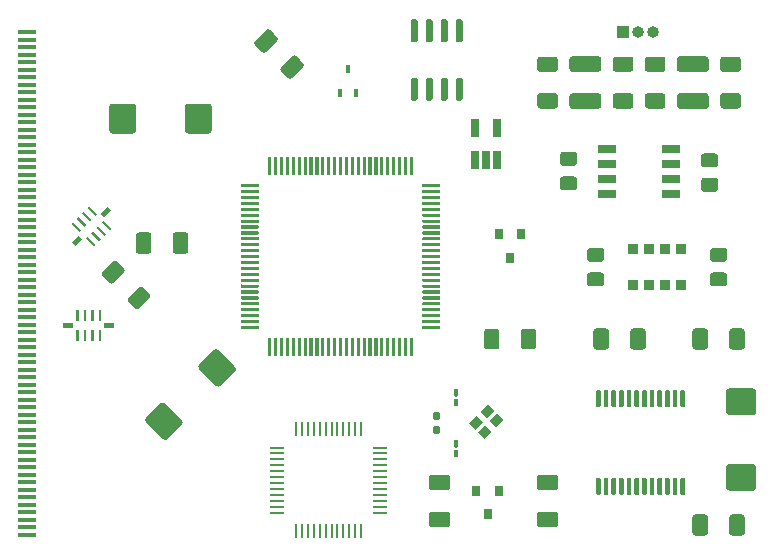
<source format=gbr>
%TF.GenerationSoftware,KiCad,Pcbnew,(5.1.10)-1*%
%TF.CreationDate,2021-11-28T20:39:18+00:00*%
%TF.ProjectId,pc_card_sound_barker,70635f63-6172-4645-9f73-6f756e645f62,rev?*%
%TF.SameCoordinates,Original*%
%TF.FileFunction,Soldermask,Top*%
%TF.FilePolarity,Negative*%
%FSLAX46Y46*%
G04 Gerber Fmt 4.6, Leading zero omitted, Abs format (unit mm)*
G04 Created by KiCad (PCBNEW (5.1.10)-1) date 2021-11-28 20:39:18*
%MOMM*%
%LPD*%
G01*
G04 APERTURE LIST*
%ADD10R,1.525000X0.700000*%
%ADD11R,0.900000X0.900000*%
%ADD12R,0.650000X1.560000*%
%ADD13R,0.800000X0.900000*%
%ADD14R,0.450000X0.700000*%
%ADD15C,0.100000*%
%ADD16O,1.000000X1.000000*%
%ADD17R,1.000000X1.000000*%
%ADD18R,1.300000X0.250000*%
%ADD19R,0.250000X1.300000*%
%ADD20R,1.498600X0.304800*%
G04 APERTURE END LIST*
%TO.C,U1*%
G36*
G01*
X124936900Y-71825000D02*
X124683100Y-71825000D01*
G75*
G02*
X124675000Y-71816900I0J8100D01*
G01*
X124675000Y-70313100D01*
G75*
G02*
X124683100Y-70305000I8100J0D01*
G01*
X124936900Y-70305000D01*
G75*
G02*
X124945000Y-70313100I0J-8100D01*
G01*
X124945000Y-71816900D01*
G75*
G02*
X124936900Y-71825000I-8100J0D01*
G01*
G37*
G36*
G01*
X125436900Y-71825000D02*
X125183100Y-71825000D01*
G75*
G02*
X125175000Y-71816900I0J8100D01*
G01*
X125175000Y-70313100D01*
G75*
G02*
X125183100Y-70305000I8100J0D01*
G01*
X125436900Y-70305000D01*
G75*
G02*
X125445000Y-70313100I0J-8100D01*
G01*
X125445000Y-71816900D01*
G75*
G02*
X125436900Y-71825000I-8100J0D01*
G01*
G37*
G36*
G01*
X125936900Y-71825000D02*
X125683100Y-71825000D01*
G75*
G02*
X125675000Y-71816900I0J8100D01*
G01*
X125675000Y-70313100D01*
G75*
G02*
X125683100Y-70305000I8100J0D01*
G01*
X125936900Y-70305000D01*
G75*
G02*
X125945000Y-70313100I0J-8100D01*
G01*
X125945000Y-71816900D01*
G75*
G02*
X125936900Y-71825000I-8100J0D01*
G01*
G37*
G36*
G01*
X126436900Y-71825000D02*
X126183100Y-71825000D01*
G75*
G02*
X126175000Y-71816900I0J8100D01*
G01*
X126175000Y-70313100D01*
G75*
G02*
X126183100Y-70305000I8100J0D01*
G01*
X126436900Y-70305000D01*
G75*
G02*
X126445000Y-70313100I0J-8100D01*
G01*
X126445000Y-71816900D01*
G75*
G02*
X126436900Y-71825000I-8100J0D01*
G01*
G37*
G36*
G01*
X126936900Y-71825000D02*
X126683100Y-71825000D01*
G75*
G02*
X126675000Y-71816900I0J8100D01*
G01*
X126675000Y-70313100D01*
G75*
G02*
X126683100Y-70305000I8100J0D01*
G01*
X126936900Y-70305000D01*
G75*
G02*
X126945000Y-70313100I0J-8100D01*
G01*
X126945000Y-71816900D01*
G75*
G02*
X126936900Y-71825000I-8100J0D01*
G01*
G37*
G36*
G01*
X127436900Y-71825000D02*
X127183100Y-71825000D01*
G75*
G02*
X127175000Y-71816900I0J8100D01*
G01*
X127175000Y-70313100D01*
G75*
G02*
X127183100Y-70305000I8100J0D01*
G01*
X127436900Y-70305000D01*
G75*
G02*
X127445000Y-70313100I0J-8100D01*
G01*
X127445000Y-71816900D01*
G75*
G02*
X127436900Y-71825000I-8100J0D01*
G01*
G37*
G36*
G01*
X127936900Y-71825000D02*
X127683100Y-71825000D01*
G75*
G02*
X127675000Y-71816900I0J8100D01*
G01*
X127675000Y-70313100D01*
G75*
G02*
X127683100Y-70305000I8100J0D01*
G01*
X127936900Y-70305000D01*
G75*
G02*
X127945000Y-70313100I0J-8100D01*
G01*
X127945000Y-71816900D01*
G75*
G02*
X127936900Y-71825000I-8100J0D01*
G01*
G37*
G36*
G01*
X128436900Y-71825000D02*
X128183100Y-71825000D01*
G75*
G02*
X128175000Y-71816900I0J8100D01*
G01*
X128175000Y-70313100D01*
G75*
G02*
X128183100Y-70305000I8100J0D01*
G01*
X128436900Y-70305000D01*
G75*
G02*
X128445000Y-70313100I0J-8100D01*
G01*
X128445000Y-71816900D01*
G75*
G02*
X128436900Y-71825000I-8100J0D01*
G01*
G37*
G36*
G01*
X128936900Y-71825000D02*
X128683100Y-71825000D01*
G75*
G02*
X128675000Y-71816900I0J8100D01*
G01*
X128675000Y-70313100D01*
G75*
G02*
X128683100Y-70305000I8100J0D01*
G01*
X128936900Y-70305000D01*
G75*
G02*
X128945000Y-70313100I0J-8100D01*
G01*
X128945000Y-71816900D01*
G75*
G02*
X128936900Y-71825000I-8100J0D01*
G01*
G37*
G36*
G01*
X129436900Y-71825000D02*
X129183100Y-71825000D01*
G75*
G02*
X129175000Y-71816900I0J8100D01*
G01*
X129175000Y-70313100D01*
G75*
G02*
X129183100Y-70305000I8100J0D01*
G01*
X129436900Y-70305000D01*
G75*
G02*
X129445000Y-70313100I0J-8100D01*
G01*
X129445000Y-71816900D01*
G75*
G02*
X129436900Y-71825000I-8100J0D01*
G01*
G37*
G36*
G01*
X129936900Y-71825000D02*
X129683100Y-71825000D01*
G75*
G02*
X129675000Y-71816900I0J8100D01*
G01*
X129675000Y-70313100D01*
G75*
G02*
X129683100Y-70305000I8100J0D01*
G01*
X129936900Y-70305000D01*
G75*
G02*
X129945000Y-70313100I0J-8100D01*
G01*
X129945000Y-71816900D01*
G75*
G02*
X129936900Y-71825000I-8100J0D01*
G01*
G37*
G36*
G01*
X130436900Y-71825000D02*
X130183100Y-71825000D01*
G75*
G02*
X130175000Y-71816900I0J8100D01*
G01*
X130175000Y-70313100D01*
G75*
G02*
X130183100Y-70305000I8100J0D01*
G01*
X130436900Y-70305000D01*
G75*
G02*
X130445000Y-70313100I0J-8100D01*
G01*
X130445000Y-71816900D01*
G75*
G02*
X130436900Y-71825000I-8100J0D01*
G01*
G37*
G36*
G01*
X130936900Y-71825000D02*
X130683100Y-71825000D01*
G75*
G02*
X130675000Y-71816900I0J8100D01*
G01*
X130675000Y-70313100D01*
G75*
G02*
X130683100Y-70305000I8100J0D01*
G01*
X130936900Y-70305000D01*
G75*
G02*
X130945000Y-70313100I0J-8100D01*
G01*
X130945000Y-71816900D01*
G75*
G02*
X130936900Y-71825000I-8100J0D01*
G01*
G37*
G36*
G01*
X131436900Y-71825000D02*
X131183100Y-71825000D01*
G75*
G02*
X131175000Y-71816900I0J8100D01*
G01*
X131175000Y-70313100D01*
G75*
G02*
X131183100Y-70305000I8100J0D01*
G01*
X131436900Y-70305000D01*
G75*
G02*
X131445000Y-70313100I0J-8100D01*
G01*
X131445000Y-71816900D01*
G75*
G02*
X131436900Y-71825000I-8100J0D01*
G01*
G37*
G36*
G01*
X131936900Y-71825000D02*
X131683100Y-71825000D01*
G75*
G02*
X131675000Y-71816900I0J8100D01*
G01*
X131675000Y-70313100D01*
G75*
G02*
X131683100Y-70305000I8100J0D01*
G01*
X131936900Y-70305000D01*
G75*
G02*
X131945000Y-70313100I0J-8100D01*
G01*
X131945000Y-71816900D01*
G75*
G02*
X131936900Y-71825000I-8100J0D01*
G01*
G37*
G36*
G01*
X132436900Y-71825000D02*
X132183100Y-71825000D01*
G75*
G02*
X132175000Y-71816900I0J8100D01*
G01*
X132175000Y-70313100D01*
G75*
G02*
X132183100Y-70305000I8100J0D01*
G01*
X132436900Y-70305000D01*
G75*
G02*
X132445000Y-70313100I0J-8100D01*
G01*
X132445000Y-71816900D01*
G75*
G02*
X132436900Y-71825000I-8100J0D01*
G01*
G37*
G36*
G01*
X132936900Y-71825000D02*
X132683100Y-71825000D01*
G75*
G02*
X132675000Y-71816900I0J8100D01*
G01*
X132675000Y-70313100D01*
G75*
G02*
X132683100Y-70305000I8100J0D01*
G01*
X132936900Y-70305000D01*
G75*
G02*
X132945000Y-70313100I0J-8100D01*
G01*
X132945000Y-71816900D01*
G75*
G02*
X132936900Y-71825000I-8100J0D01*
G01*
G37*
G36*
G01*
X133436900Y-71825000D02*
X133183100Y-71825000D01*
G75*
G02*
X133175000Y-71816900I0J8100D01*
G01*
X133175000Y-70313100D01*
G75*
G02*
X133183100Y-70305000I8100J0D01*
G01*
X133436900Y-70305000D01*
G75*
G02*
X133445000Y-70313100I0J-8100D01*
G01*
X133445000Y-71816900D01*
G75*
G02*
X133436900Y-71825000I-8100J0D01*
G01*
G37*
G36*
G01*
X133936900Y-71825000D02*
X133683100Y-71825000D01*
G75*
G02*
X133675000Y-71816900I0J8100D01*
G01*
X133675000Y-70313100D01*
G75*
G02*
X133683100Y-70305000I8100J0D01*
G01*
X133936900Y-70305000D01*
G75*
G02*
X133945000Y-70313100I0J-8100D01*
G01*
X133945000Y-71816900D01*
G75*
G02*
X133936900Y-71825000I-8100J0D01*
G01*
G37*
G36*
G01*
X134436900Y-71825000D02*
X134183100Y-71825000D01*
G75*
G02*
X134175000Y-71816900I0J8100D01*
G01*
X134175000Y-70313100D01*
G75*
G02*
X134183100Y-70305000I8100J0D01*
G01*
X134436900Y-70305000D01*
G75*
G02*
X134445000Y-70313100I0J-8100D01*
G01*
X134445000Y-71816900D01*
G75*
G02*
X134436900Y-71825000I-8100J0D01*
G01*
G37*
G36*
G01*
X134936900Y-71825000D02*
X134683100Y-71825000D01*
G75*
G02*
X134675000Y-71816900I0J8100D01*
G01*
X134675000Y-70313100D01*
G75*
G02*
X134683100Y-70305000I8100J0D01*
G01*
X134936900Y-70305000D01*
G75*
G02*
X134945000Y-70313100I0J-8100D01*
G01*
X134945000Y-71816900D01*
G75*
G02*
X134936900Y-71825000I-8100J0D01*
G01*
G37*
G36*
G01*
X135436900Y-71825000D02*
X135183100Y-71825000D01*
G75*
G02*
X135175000Y-71816900I0J8100D01*
G01*
X135175000Y-70313100D01*
G75*
G02*
X135183100Y-70305000I8100J0D01*
G01*
X135436900Y-70305000D01*
G75*
G02*
X135445000Y-70313100I0J-8100D01*
G01*
X135445000Y-71816900D01*
G75*
G02*
X135436900Y-71825000I-8100J0D01*
G01*
G37*
G36*
G01*
X135936900Y-71825000D02*
X135683100Y-71825000D01*
G75*
G02*
X135675000Y-71816900I0J8100D01*
G01*
X135675000Y-70313100D01*
G75*
G02*
X135683100Y-70305000I8100J0D01*
G01*
X135936900Y-70305000D01*
G75*
G02*
X135945000Y-70313100I0J-8100D01*
G01*
X135945000Y-71816900D01*
G75*
G02*
X135936900Y-71825000I-8100J0D01*
G01*
G37*
G36*
G01*
X136436900Y-71825000D02*
X136183100Y-71825000D01*
G75*
G02*
X136175000Y-71816900I0J8100D01*
G01*
X136175000Y-70313100D01*
G75*
G02*
X136183100Y-70305000I8100J0D01*
G01*
X136436900Y-70305000D01*
G75*
G02*
X136445000Y-70313100I0J-8100D01*
G01*
X136445000Y-71816900D01*
G75*
G02*
X136436900Y-71825000I-8100J0D01*
G01*
G37*
G36*
G01*
X136936900Y-71825000D02*
X136683100Y-71825000D01*
G75*
G02*
X136675000Y-71816900I0J8100D01*
G01*
X136675000Y-70313100D01*
G75*
G02*
X136683100Y-70305000I8100J0D01*
G01*
X136936900Y-70305000D01*
G75*
G02*
X136945000Y-70313100I0J-8100D01*
G01*
X136945000Y-71816900D01*
G75*
G02*
X136936900Y-71825000I-8100J0D01*
G01*
G37*
G36*
G01*
X136936900Y-87175000D02*
X136683100Y-87175000D01*
G75*
G02*
X136675000Y-87166900I0J8100D01*
G01*
X136675000Y-85663100D01*
G75*
G02*
X136683100Y-85655000I8100J0D01*
G01*
X136936900Y-85655000D01*
G75*
G02*
X136945000Y-85663100I0J-8100D01*
G01*
X136945000Y-87166900D01*
G75*
G02*
X136936900Y-87175000I-8100J0D01*
G01*
G37*
G36*
G01*
X136436900Y-87175000D02*
X136183100Y-87175000D01*
G75*
G02*
X136175000Y-87166900I0J8100D01*
G01*
X136175000Y-85663100D01*
G75*
G02*
X136183100Y-85655000I8100J0D01*
G01*
X136436900Y-85655000D01*
G75*
G02*
X136445000Y-85663100I0J-8100D01*
G01*
X136445000Y-87166900D01*
G75*
G02*
X136436900Y-87175000I-8100J0D01*
G01*
G37*
G36*
G01*
X135936900Y-87175000D02*
X135683100Y-87175000D01*
G75*
G02*
X135675000Y-87166900I0J8100D01*
G01*
X135675000Y-85663100D01*
G75*
G02*
X135683100Y-85655000I8100J0D01*
G01*
X135936900Y-85655000D01*
G75*
G02*
X135945000Y-85663100I0J-8100D01*
G01*
X135945000Y-87166900D01*
G75*
G02*
X135936900Y-87175000I-8100J0D01*
G01*
G37*
G36*
G01*
X135436900Y-87175000D02*
X135183100Y-87175000D01*
G75*
G02*
X135175000Y-87166900I0J8100D01*
G01*
X135175000Y-85663100D01*
G75*
G02*
X135183100Y-85655000I8100J0D01*
G01*
X135436900Y-85655000D01*
G75*
G02*
X135445000Y-85663100I0J-8100D01*
G01*
X135445000Y-87166900D01*
G75*
G02*
X135436900Y-87175000I-8100J0D01*
G01*
G37*
G36*
G01*
X134936900Y-87175000D02*
X134683100Y-87175000D01*
G75*
G02*
X134675000Y-87166900I0J8100D01*
G01*
X134675000Y-85663100D01*
G75*
G02*
X134683100Y-85655000I8100J0D01*
G01*
X134936900Y-85655000D01*
G75*
G02*
X134945000Y-85663100I0J-8100D01*
G01*
X134945000Y-87166900D01*
G75*
G02*
X134936900Y-87175000I-8100J0D01*
G01*
G37*
G36*
G01*
X134436900Y-87175000D02*
X134183100Y-87175000D01*
G75*
G02*
X134175000Y-87166900I0J8100D01*
G01*
X134175000Y-85663100D01*
G75*
G02*
X134183100Y-85655000I8100J0D01*
G01*
X134436900Y-85655000D01*
G75*
G02*
X134445000Y-85663100I0J-8100D01*
G01*
X134445000Y-87166900D01*
G75*
G02*
X134436900Y-87175000I-8100J0D01*
G01*
G37*
G36*
G01*
X133936900Y-87175000D02*
X133683100Y-87175000D01*
G75*
G02*
X133675000Y-87166900I0J8100D01*
G01*
X133675000Y-85663100D01*
G75*
G02*
X133683100Y-85655000I8100J0D01*
G01*
X133936900Y-85655000D01*
G75*
G02*
X133945000Y-85663100I0J-8100D01*
G01*
X133945000Y-87166900D01*
G75*
G02*
X133936900Y-87175000I-8100J0D01*
G01*
G37*
G36*
G01*
X133436900Y-87175000D02*
X133183100Y-87175000D01*
G75*
G02*
X133175000Y-87166900I0J8100D01*
G01*
X133175000Y-85663100D01*
G75*
G02*
X133183100Y-85655000I8100J0D01*
G01*
X133436900Y-85655000D01*
G75*
G02*
X133445000Y-85663100I0J-8100D01*
G01*
X133445000Y-87166900D01*
G75*
G02*
X133436900Y-87175000I-8100J0D01*
G01*
G37*
G36*
G01*
X132936900Y-87175000D02*
X132683100Y-87175000D01*
G75*
G02*
X132675000Y-87166900I0J8100D01*
G01*
X132675000Y-85663100D01*
G75*
G02*
X132683100Y-85655000I8100J0D01*
G01*
X132936900Y-85655000D01*
G75*
G02*
X132945000Y-85663100I0J-8100D01*
G01*
X132945000Y-87166900D01*
G75*
G02*
X132936900Y-87175000I-8100J0D01*
G01*
G37*
G36*
G01*
X132436900Y-87175000D02*
X132183100Y-87175000D01*
G75*
G02*
X132175000Y-87166900I0J8100D01*
G01*
X132175000Y-85663100D01*
G75*
G02*
X132183100Y-85655000I8100J0D01*
G01*
X132436900Y-85655000D01*
G75*
G02*
X132445000Y-85663100I0J-8100D01*
G01*
X132445000Y-87166900D01*
G75*
G02*
X132436900Y-87175000I-8100J0D01*
G01*
G37*
G36*
G01*
X131936900Y-87175000D02*
X131683100Y-87175000D01*
G75*
G02*
X131675000Y-87166900I0J8100D01*
G01*
X131675000Y-85663100D01*
G75*
G02*
X131683100Y-85655000I8100J0D01*
G01*
X131936900Y-85655000D01*
G75*
G02*
X131945000Y-85663100I0J-8100D01*
G01*
X131945000Y-87166900D01*
G75*
G02*
X131936900Y-87175000I-8100J0D01*
G01*
G37*
G36*
G01*
X131436900Y-87175000D02*
X131183100Y-87175000D01*
G75*
G02*
X131175000Y-87166900I0J8100D01*
G01*
X131175000Y-85663100D01*
G75*
G02*
X131183100Y-85655000I8100J0D01*
G01*
X131436900Y-85655000D01*
G75*
G02*
X131445000Y-85663100I0J-8100D01*
G01*
X131445000Y-87166900D01*
G75*
G02*
X131436900Y-87175000I-8100J0D01*
G01*
G37*
G36*
G01*
X130936900Y-87175000D02*
X130683100Y-87175000D01*
G75*
G02*
X130675000Y-87166900I0J8100D01*
G01*
X130675000Y-85663100D01*
G75*
G02*
X130683100Y-85655000I8100J0D01*
G01*
X130936900Y-85655000D01*
G75*
G02*
X130945000Y-85663100I0J-8100D01*
G01*
X130945000Y-87166900D01*
G75*
G02*
X130936900Y-87175000I-8100J0D01*
G01*
G37*
G36*
G01*
X130436900Y-87175000D02*
X130183100Y-87175000D01*
G75*
G02*
X130175000Y-87166900I0J8100D01*
G01*
X130175000Y-85663100D01*
G75*
G02*
X130183100Y-85655000I8100J0D01*
G01*
X130436900Y-85655000D01*
G75*
G02*
X130445000Y-85663100I0J-8100D01*
G01*
X130445000Y-87166900D01*
G75*
G02*
X130436900Y-87175000I-8100J0D01*
G01*
G37*
G36*
G01*
X129936900Y-87175000D02*
X129683100Y-87175000D01*
G75*
G02*
X129675000Y-87166900I0J8100D01*
G01*
X129675000Y-85663100D01*
G75*
G02*
X129683100Y-85655000I8100J0D01*
G01*
X129936900Y-85655000D01*
G75*
G02*
X129945000Y-85663100I0J-8100D01*
G01*
X129945000Y-87166900D01*
G75*
G02*
X129936900Y-87175000I-8100J0D01*
G01*
G37*
G36*
G01*
X129436900Y-87175000D02*
X129183100Y-87175000D01*
G75*
G02*
X129175000Y-87166900I0J8100D01*
G01*
X129175000Y-85663100D01*
G75*
G02*
X129183100Y-85655000I8100J0D01*
G01*
X129436900Y-85655000D01*
G75*
G02*
X129445000Y-85663100I0J-8100D01*
G01*
X129445000Y-87166900D01*
G75*
G02*
X129436900Y-87175000I-8100J0D01*
G01*
G37*
G36*
G01*
X128936900Y-87175000D02*
X128683100Y-87175000D01*
G75*
G02*
X128675000Y-87166900I0J8100D01*
G01*
X128675000Y-85663100D01*
G75*
G02*
X128683100Y-85655000I8100J0D01*
G01*
X128936900Y-85655000D01*
G75*
G02*
X128945000Y-85663100I0J-8100D01*
G01*
X128945000Y-87166900D01*
G75*
G02*
X128936900Y-87175000I-8100J0D01*
G01*
G37*
G36*
G01*
X128436900Y-87175000D02*
X128183100Y-87175000D01*
G75*
G02*
X128175000Y-87166900I0J8100D01*
G01*
X128175000Y-85663100D01*
G75*
G02*
X128183100Y-85655000I8100J0D01*
G01*
X128436900Y-85655000D01*
G75*
G02*
X128445000Y-85663100I0J-8100D01*
G01*
X128445000Y-87166900D01*
G75*
G02*
X128436900Y-87175000I-8100J0D01*
G01*
G37*
G36*
G01*
X127936900Y-87175000D02*
X127683100Y-87175000D01*
G75*
G02*
X127675000Y-87166900I0J8100D01*
G01*
X127675000Y-85663100D01*
G75*
G02*
X127683100Y-85655000I8100J0D01*
G01*
X127936900Y-85655000D01*
G75*
G02*
X127945000Y-85663100I0J-8100D01*
G01*
X127945000Y-87166900D01*
G75*
G02*
X127936900Y-87175000I-8100J0D01*
G01*
G37*
G36*
G01*
X127436900Y-87175000D02*
X127183100Y-87175000D01*
G75*
G02*
X127175000Y-87166900I0J8100D01*
G01*
X127175000Y-85663100D01*
G75*
G02*
X127183100Y-85655000I8100J0D01*
G01*
X127436900Y-85655000D01*
G75*
G02*
X127445000Y-85663100I0J-8100D01*
G01*
X127445000Y-87166900D01*
G75*
G02*
X127436900Y-87175000I-8100J0D01*
G01*
G37*
G36*
G01*
X126936900Y-87175000D02*
X126683100Y-87175000D01*
G75*
G02*
X126675000Y-87166900I0J8100D01*
G01*
X126675000Y-85663100D01*
G75*
G02*
X126683100Y-85655000I8100J0D01*
G01*
X126936900Y-85655000D01*
G75*
G02*
X126945000Y-85663100I0J-8100D01*
G01*
X126945000Y-87166900D01*
G75*
G02*
X126936900Y-87175000I-8100J0D01*
G01*
G37*
G36*
G01*
X126436900Y-87175000D02*
X126183100Y-87175000D01*
G75*
G02*
X126175000Y-87166900I0J8100D01*
G01*
X126175000Y-85663100D01*
G75*
G02*
X126183100Y-85655000I8100J0D01*
G01*
X126436900Y-85655000D01*
G75*
G02*
X126445000Y-85663100I0J-8100D01*
G01*
X126445000Y-87166900D01*
G75*
G02*
X126436900Y-87175000I-8100J0D01*
G01*
G37*
G36*
G01*
X125936900Y-87175000D02*
X125683100Y-87175000D01*
G75*
G02*
X125675000Y-87166900I0J8100D01*
G01*
X125675000Y-85663100D01*
G75*
G02*
X125683100Y-85655000I8100J0D01*
G01*
X125936900Y-85655000D01*
G75*
G02*
X125945000Y-85663100I0J-8100D01*
G01*
X125945000Y-87166900D01*
G75*
G02*
X125936900Y-87175000I-8100J0D01*
G01*
G37*
G36*
G01*
X125436900Y-87175000D02*
X125183100Y-87175000D01*
G75*
G02*
X125175000Y-87166900I0J8100D01*
G01*
X125175000Y-85663100D01*
G75*
G02*
X125183100Y-85655000I8100J0D01*
G01*
X125436900Y-85655000D01*
G75*
G02*
X125445000Y-85663100I0J-8100D01*
G01*
X125445000Y-87166900D01*
G75*
G02*
X125436900Y-87175000I-8100J0D01*
G01*
G37*
G36*
G01*
X124936900Y-87175000D02*
X124683100Y-87175000D01*
G75*
G02*
X124675000Y-87166900I0J8100D01*
G01*
X124675000Y-85663100D01*
G75*
G02*
X124683100Y-85655000I8100J0D01*
G01*
X124936900Y-85655000D01*
G75*
G02*
X124945000Y-85663100I0J-8100D01*
G01*
X124945000Y-87166900D01*
G75*
G02*
X124936900Y-87175000I-8100J0D01*
G01*
G37*
G36*
G01*
X123843700Y-84875000D02*
X122426300Y-84875000D01*
G75*
G02*
X122375000Y-84823700I0J51300D01*
G01*
X122375000Y-84656300D01*
G75*
G02*
X122426300Y-84605000I51300J0D01*
G01*
X123843700Y-84605000D01*
G75*
G02*
X123895000Y-84656300I0J-51300D01*
G01*
X123895000Y-84823700D01*
G75*
G02*
X123843700Y-84875000I-51300J0D01*
G01*
G37*
G36*
G01*
X123843700Y-84375000D02*
X122426300Y-84375000D01*
G75*
G02*
X122375000Y-84323700I0J51300D01*
G01*
X122375000Y-84156300D01*
G75*
G02*
X122426300Y-84105000I51300J0D01*
G01*
X123843700Y-84105000D01*
G75*
G02*
X123895000Y-84156300I0J-51300D01*
G01*
X123895000Y-84323700D01*
G75*
G02*
X123843700Y-84375000I-51300J0D01*
G01*
G37*
G36*
G01*
X123843700Y-83875000D02*
X122426300Y-83875000D01*
G75*
G02*
X122375000Y-83823700I0J51300D01*
G01*
X122375000Y-83656300D01*
G75*
G02*
X122426300Y-83605000I51300J0D01*
G01*
X123843700Y-83605000D01*
G75*
G02*
X123895000Y-83656300I0J-51300D01*
G01*
X123895000Y-83823700D01*
G75*
G02*
X123843700Y-83875000I-51300J0D01*
G01*
G37*
G36*
G01*
X123843700Y-83375000D02*
X122426300Y-83375000D01*
G75*
G02*
X122375000Y-83323700I0J51300D01*
G01*
X122375000Y-83156300D01*
G75*
G02*
X122426300Y-83105000I51300J0D01*
G01*
X123843700Y-83105000D01*
G75*
G02*
X123895000Y-83156300I0J-51300D01*
G01*
X123895000Y-83323700D01*
G75*
G02*
X123843700Y-83375000I-51300J0D01*
G01*
G37*
G36*
G01*
X123843700Y-82875000D02*
X122426300Y-82875000D01*
G75*
G02*
X122375000Y-82823700I0J51300D01*
G01*
X122375000Y-82656300D01*
G75*
G02*
X122426300Y-82605000I51300J0D01*
G01*
X123843700Y-82605000D01*
G75*
G02*
X123895000Y-82656300I0J-51300D01*
G01*
X123895000Y-82823700D01*
G75*
G02*
X123843700Y-82875000I-51300J0D01*
G01*
G37*
G36*
G01*
X123843700Y-82375000D02*
X122426300Y-82375000D01*
G75*
G02*
X122375000Y-82323700I0J51300D01*
G01*
X122375000Y-82156300D01*
G75*
G02*
X122426300Y-82105000I51300J0D01*
G01*
X123843700Y-82105000D01*
G75*
G02*
X123895000Y-82156300I0J-51300D01*
G01*
X123895000Y-82323700D01*
G75*
G02*
X123843700Y-82375000I-51300J0D01*
G01*
G37*
G36*
G01*
X123843700Y-81875000D02*
X122426300Y-81875000D01*
G75*
G02*
X122375000Y-81823700I0J51300D01*
G01*
X122375000Y-81656300D01*
G75*
G02*
X122426300Y-81605000I51300J0D01*
G01*
X123843700Y-81605000D01*
G75*
G02*
X123895000Y-81656300I0J-51300D01*
G01*
X123895000Y-81823700D01*
G75*
G02*
X123843700Y-81875000I-51300J0D01*
G01*
G37*
G36*
G01*
X123843700Y-81375000D02*
X122426300Y-81375000D01*
G75*
G02*
X122375000Y-81323700I0J51300D01*
G01*
X122375000Y-81156300D01*
G75*
G02*
X122426300Y-81105000I51300J0D01*
G01*
X123843700Y-81105000D01*
G75*
G02*
X123895000Y-81156300I0J-51300D01*
G01*
X123895000Y-81323700D01*
G75*
G02*
X123843700Y-81375000I-51300J0D01*
G01*
G37*
G36*
G01*
X123843700Y-80875000D02*
X122426300Y-80875000D01*
G75*
G02*
X122375000Y-80823700I0J51300D01*
G01*
X122375000Y-80656300D01*
G75*
G02*
X122426300Y-80605000I51300J0D01*
G01*
X123843700Y-80605000D01*
G75*
G02*
X123895000Y-80656300I0J-51300D01*
G01*
X123895000Y-80823700D01*
G75*
G02*
X123843700Y-80875000I-51300J0D01*
G01*
G37*
G36*
G01*
X123843700Y-80375000D02*
X122426300Y-80375000D01*
G75*
G02*
X122375000Y-80323700I0J51300D01*
G01*
X122375000Y-80156300D01*
G75*
G02*
X122426300Y-80105000I51300J0D01*
G01*
X123843700Y-80105000D01*
G75*
G02*
X123895000Y-80156300I0J-51300D01*
G01*
X123895000Y-80323700D01*
G75*
G02*
X123843700Y-80375000I-51300J0D01*
G01*
G37*
G36*
G01*
X123843700Y-79875000D02*
X122426300Y-79875000D01*
G75*
G02*
X122375000Y-79823700I0J51300D01*
G01*
X122375000Y-79656300D01*
G75*
G02*
X122426300Y-79605000I51300J0D01*
G01*
X123843700Y-79605000D01*
G75*
G02*
X123895000Y-79656300I0J-51300D01*
G01*
X123895000Y-79823700D01*
G75*
G02*
X123843700Y-79875000I-51300J0D01*
G01*
G37*
G36*
G01*
X123843700Y-79375000D02*
X122426300Y-79375000D01*
G75*
G02*
X122375000Y-79323700I0J51300D01*
G01*
X122375000Y-79156300D01*
G75*
G02*
X122426300Y-79105000I51300J0D01*
G01*
X123843700Y-79105000D01*
G75*
G02*
X123895000Y-79156300I0J-51300D01*
G01*
X123895000Y-79323700D01*
G75*
G02*
X123843700Y-79375000I-51300J0D01*
G01*
G37*
G36*
G01*
X123843700Y-78875000D02*
X122426300Y-78875000D01*
G75*
G02*
X122375000Y-78823700I0J51300D01*
G01*
X122375000Y-78656300D01*
G75*
G02*
X122426300Y-78605000I51300J0D01*
G01*
X123843700Y-78605000D01*
G75*
G02*
X123895000Y-78656300I0J-51300D01*
G01*
X123895000Y-78823700D01*
G75*
G02*
X123843700Y-78875000I-51300J0D01*
G01*
G37*
G36*
G01*
X123843700Y-78375000D02*
X122426300Y-78375000D01*
G75*
G02*
X122375000Y-78323700I0J51300D01*
G01*
X122375000Y-78156300D01*
G75*
G02*
X122426300Y-78105000I51300J0D01*
G01*
X123843700Y-78105000D01*
G75*
G02*
X123895000Y-78156300I0J-51300D01*
G01*
X123895000Y-78323700D01*
G75*
G02*
X123843700Y-78375000I-51300J0D01*
G01*
G37*
G36*
G01*
X123843700Y-77875000D02*
X122426300Y-77875000D01*
G75*
G02*
X122375000Y-77823700I0J51300D01*
G01*
X122375000Y-77656300D01*
G75*
G02*
X122426300Y-77605000I51300J0D01*
G01*
X123843700Y-77605000D01*
G75*
G02*
X123895000Y-77656300I0J-51300D01*
G01*
X123895000Y-77823700D01*
G75*
G02*
X123843700Y-77875000I-51300J0D01*
G01*
G37*
G36*
G01*
X123843700Y-77375000D02*
X122426300Y-77375000D01*
G75*
G02*
X122375000Y-77323700I0J51300D01*
G01*
X122375000Y-77156300D01*
G75*
G02*
X122426300Y-77105000I51300J0D01*
G01*
X123843700Y-77105000D01*
G75*
G02*
X123895000Y-77156300I0J-51300D01*
G01*
X123895000Y-77323700D01*
G75*
G02*
X123843700Y-77375000I-51300J0D01*
G01*
G37*
G36*
G01*
X123843700Y-76875000D02*
X122426300Y-76875000D01*
G75*
G02*
X122375000Y-76823700I0J51300D01*
G01*
X122375000Y-76656300D01*
G75*
G02*
X122426300Y-76605000I51300J0D01*
G01*
X123843700Y-76605000D01*
G75*
G02*
X123895000Y-76656300I0J-51300D01*
G01*
X123895000Y-76823700D01*
G75*
G02*
X123843700Y-76875000I-51300J0D01*
G01*
G37*
G36*
G01*
X123843700Y-76375000D02*
X122426300Y-76375000D01*
G75*
G02*
X122375000Y-76323700I0J51300D01*
G01*
X122375000Y-76156300D01*
G75*
G02*
X122426300Y-76105000I51300J0D01*
G01*
X123843700Y-76105000D01*
G75*
G02*
X123895000Y-76156300I0J-51300D01*
G01*
X123895000Y-76323700D01*
G75*
G02*
X123843700Y-76375000I-51300J0D01*
G01*
G37*
G36*
G01*
X123843700Y-75875000D02*
X122426300Y-75875000D01*
G75*
G02*
X122375000Y-75823700I0J51300D01*
G01*
X122375000Y-75656300D01*
G75*
G02*
X122426300Y-75605000I51300J0D01*
G01*
X123843700Y-75605000D01*
G75*
G02*
X123895000Y-75656300I0J-51300D01*
G01*
X123895000Y-75823700D01*
G75*
G02*
X123843700Y-75875000I-51300J0D01*
G01*
G37*
G36*
G01*
X123843700Y-75375000D02*
X122426300Y-75375000D01*
G75*
G02*
X122375000Y-75323700I0J51300D01*
G01*
X122375000Y-75156300D01*
G75*
G02*
X122426300Y-75105000I51300J0D01*
G01*
X123843700Y-75105000D01*
G75*
G02*
X123895000Y-75156300I0J-51300D01*
G01*
X123895000Y-75323700D01*
G75*
G02*
X123843700Y-75375000I-51300J0D01*
G01*
G37*
G36*
G01*
X123843700Y-74875000D02*
X122426300Y-74875000D01*
G75*
G02*
X122375000Y-74823700I0J51300D01*
G01*
X122375000Y-74656300D01*
G75*
G02*
X122426300Y-74605000I51300J0D01*
G01*
X123843700Y-74605000D01*
G75*
G02*
X123895000Y-74656300I0J-51300D01*
G01*
X123895000Y-74823700D01*
G75*
G02*
X123843700Y-74875000I-51300J0D01*
G01*
G37*
G36*
G01*
X123843700Y-74375000D02*
X122426300Y-74375000D01*
G75*
G02*
X122375000Y-74323700I0J51300D01*
G01*
X122375000Y-74156300D01*
G75*
G02*
X122426300Y-74105000I51300J0D01*
G01*
X123843700Y-74105000D01*
G75*
G02*
X123895000Y-74156300I0J-51300D01*
G01*
X123895000Y-74323700D01*
G75*
G02*
X123843700Y-74375000I-51300J0D01*
G01*
G37*
G36*
G01*
X123843700Y-73875000D02*
X122426300Y-73875000D01*
G75*
G02*
X122375000Y-73823700I0J51300D01*
G01*
X122375000Y-73656300D01*
G75*
G02*
X122426300Y-73605000I51300J0D01*
G01*
X123843700Y-73605000D01*
G75*
G02*
X123895000Y-73656300I0J-51300D01*
G01*
X123895000Y-73823700D01*
G75*
G02*
X123843700Y-73875000I-51300J0D01*
G01*
G37*
G36*
G01*
X123843700Y-73375000D02*
X122426300Y-73375000D01*
G75*
G02*
X122375000Y-73323700I0J51300D01*
G01*
X122375000Y-73156300D01*
G75*
G02*
X122426300Y-73105000I51300J0D01*
G01*
X123843700Y-73105000D01*
G75*
G02*
X123895000Y-73156300I0J-51300D01*
G01*
X123895000Y-73323700D01*
G75*
G02*
X123843700Y-73375000I-51300J0D01*
G01*
G37*
G36*
G01*
X123843700Y-72875000D02*
X122426300Y-72875000D01*
G75*
G02*
X122375000Y-72823700I0J51300D01*
G01*
X122375000Y-72656300D01*
G75*
G02*
X122426300Y-72605000I51300J0D01*
G01*
X123843700Y-72605000D01*
G75*
G02*
X123895000Y-72656300I0J-51300D01*
G01*
X123895000Y-72823700D01*
G75*
G02*
X123843700Y-72875000I-51300J0D01*
G01*
G37*
G36*
G01*
X139193700Y-72875000D02*
X137776300Y-72875000D01*
G75*
G02*
X137725000Y-72823700I0J51300D01*
G01*
X137725000Y-72656300D01*
G75*
G02*
X137776300Y-72605000I51300J0D01*
G01*
X139193700Y-72605000D01*
G75*
G02*
X139245000Y-72656300I0J-51300D01*
G01*
X139245000Y-72823700D01*
G75*
G02*
X139193700Y-72875000I-51300J0D01*
G01*
G37*
G36*
G01*
X139193700Y-73375000D02*
X137776300Y-73375000D01*
G75*
G02*
X137725000Y-73323700I0J51300D01*
G01*
X137725000Y-73156300D01*
G75*
G02*
X137776300Y-73105000I51300J0D01*
G01*
X139193700Y-73105000D01*
G75*
G02*
X139245000Y-73156300I0J-51300D01*
G01*
X139245000Y-73323700D01*
G75*
G02*
X139193700Y-73375000I-51300J0D01*
G01*
G37*
G36*
G01*
X139193700Y-73875000D02*
X137776300Y-73875000D01*
G75*
G02*
X137725000Y-73823700I0J51300D01*
G01*
X137725000Y-73656300D01*
G75*
G02*
X137776300Y-73605000I51300J0D01*
G01*
X139193700Y-73605000D01*
G75*
G02*
X139245000Y-73656300I0J-51300D01*
G01*
X139245000Y-73823700D01*
G75*
G02*
X139193700Y-73875000I-51300J0D01*
G01*
G37*
G36*
G01*
X139193700Y-74375000D02*
X137776300Y-74375000D01*
G75*
G02*
X137725000Y-74323700I0J51300D01*
G01*
X137725000Y-74156300D01*
G75*
G02*
X137776300Y-74105000I51300J0D01*
G01*
X139193700Y-74105000D01*
G75*
G02*
X139245000Y-74156300I0J-51300D01*
G01*
X139245000Y-74323700D01*
G75*
G02*
X139193700Y-74375000I-51300J0D01*
G01*
G37*
G36*
G01*
X139193700Y-74875000D02*
X137776300Y-74875000D01*
G75*
G02*
X137725000Y-74823700I0J51300D01*
G01*
X137725000Y-74656300D01*
G75*
G02*
X137776300Y-74605000I51300J0D01*
G01*
X139193700Y-74605000D01*
G75*
G02*
X139245000Y-74656300I0J-51300D01*
G01*
X139245000Y-74823700D01*
G75*
G02*
X139193700Y-74875000I-51300J0D01*
G01*
G37*
G36*
G01*
X139193700Y-75375000D02*
X137776300Y-75375000D01*
G75*
G02*
X137725000Y-75323700I0J51300D01*
G01*
X137725000Y-75156300D01*
G75*
G02*
X137776300Y-75105000I51300J0D01*
G01*
X139193700Y-75105000D01*
G75*
G02*
X139245000Y-75156300I0J-51300D01*
G01*
X139245000Y-75323700D01*
G75*
G02*
X139193700Y-75375000I-51300J0D01*
G01*
G37*
G36*
G01*
X139193700Y-75875000D02*
X137776300Y-75875000D01*
G75*
G02*
X137725000Y-75823700I0J51300D01*
G01*
X137725000Y-75656300D01*
G75*
G02*
X137776300Y-75605000I51300J0D01*
G01*
X139193700Y-75605000D01*
G75*
G02*
X139245000Y-75656300I0J-51300D01*
G01*
X139245000Y-75823700D01*
G75*
G02*
X139193700Y-75875000I-51300J0D01*
G01*
G37*
G36*
G01*
X139193700Y-76375000D02*
X137776300Y-76375000D01*
G75*
G02*
X137725000Y-76323700I0J51300D01*
G01*
X137725000Y-76156300D01*
G75*
G02*
X137776300Y-76105000I51300J0D01*
G01*
X139193700Y-76105000D01*
G75*
G02*
X139245000Y-76156300I0J-51300D01*
G01*
X139245000Y-76323700D01*
G75*
G02*
X139193700Y-76375000I-51300J0D01*
G01*
G37*
G36*
G01*
X139193700Y-76875000D02*
X137776300Y-76875000D01*
G75*
G02*
X137725000Y-76823700I0J51300D01*
G01*
X137725000Y-76656300D01*
G75*
G02*
X137776300Y-76605000I51300J0D01*
G01*
X139193700Y-76605000D01*
G75*
G02*
X139245000Y-76656300I0J-51300D01*
G01*
X139245000Y-76823700D01*
G75*
G02*
X139193700Y-76875000I-51300J0D01*
G01*
G37*
G36*
G01*
X139193700Y-77375000D02*
X137776300Y-77375000D01*
G75*
G02*
X137725000Y-77323700I0J51300D01*
G01*
X137725000Y-77156300D01*
G75*
G02*
X137776300Y-77105000I51300J0D01*
G01*
X139193700Y-77105000D01*
G75*
G02*
X139245000Y-77156300I0J-51300D01*
G01*
X139245000Y-77323700D01*
G75*
G02*
X139193700Y-77375000I-51300J0D01*
G01*
G37*
G36*
G01*
X139193700Y-77875000D02*
X137776300Y-77875000D01*
G75*
G02*
X137725000Y-77823700I0J51300D01*
G01*
X137725000Y-77656300D01*
G75*
G02*
X137776300Y-77605000I51300J0D01*
G01*
X139193700Y-77605000D01*
G75*
G02*
X139245000Y-77656300I0J-51300D01*
G01*
X139245000Y-77823700D01*
G75*
G02*
X139193700Y-77875000I-51300J0D01*
G01*
G37*
G36*
G01*
X139193700Y-78375000D02*
X137776300Y-78375000D01*
G75*
G02*
X137725000Y-78323700I0J51300D01*
G01*
X137725000Y-78156300D01*
G75*
G02*
X137776300Y-78105000I51300J0D01*
G01*
X139193700Y-78105000D01*
G75*
G02*
X139245000Y-78156300I0J-51300D01*
G01*
X139245000Y-78323700D01*
G75*
G02*
X139193700Y-78375000I-51300J0D01*
G01*
G37*
G36*
G01*
X139193700Y-78875000D02*
X137776300Y-78875000D01*
G75*
G02*
X137725000Y-78823700I0J51300D01*
G01*
X137725000Y-78656300D01*
G75*
G02*
X137776300Y-78605000I51300J0D01*
G01*
X139193700Y-78605000D01*
G75*
G02*
X139245000Y-78656300I0J-51300D01*
G01*
X139245000Y-78823700D01*
G75*
G02*
X139193700Y-78875000I-51300J0D01*
G01*
G37*
G36*
G01*
X139193700Y-79375000D02*
X137776300Y-79375000D01*
G75*
G02*
X137725000Y-79323700I0J51300D01*
G01*
X137725000Y-79156300D01*
G75*
G02*
X137776300Y-79105000I51300J0D01*
G01*
X139193700Y-79105000D01*
G75*
G02*
X139245000Y-79156300I0J-51300D01*
G01*
X139245000Y-79323700D01*
G75*
G02*
X139193700Y-79375000I-51300J0D01*
G01*
G37*
G36*
G01*
X139193700Y-79875000D02*
X137776300Y-79875000D01*
G75*
G02*
X137725000Y-79823700I0J51300D01*
G01*
X137725000Y-79656300D01*
G75*
G02*
X137776300Y-79605000I51300J0D01*
G01*
X139193700Y-79605000D01*
G75*
G02*
X139245000Y-79656300I0J-51300D01*
G01*
X139245000Y-79823700D01*
G75*
G02*
X139193700Y-79875000I-51300J0D01*
G01*
G37*
G36*
G01*
X139193700Y-80375000D02*
X137776300Y-80375000D01*
G75*
G02*
X137725000Y-80323700I0J51300D01*
G01*
X137725000Y-80156300D01*
G75*
G02*
X137776300Y-80105000I51300J0D01*
G01*
X139193700Y-80105000D01*
G75*
G02*
X139245000Y-80156300I0J-51300D01*
G01*
X139245000Y-80323700D01*
G75*
G02*
X139193700Y-80375000I-51300J0D01*
G01*
G37*
G36*
G01*
X139193700Y-80875000D02*
X137776300Y-80875000D01*
G75*
G02*
X137725000Y-80823700I0J51300D01*
G01*
X137725000Y-80656300D01*
G75*
G02*
X137776300Y-80605000I51300J0D01*
G01*
X139193700Y-80605000D01*
G75*
G02*
X139245000Y-80656300I0J-51300D01*
G01*
X139245000Y-80823700D01*
G75*
G02*
X139193700Y-80875000I-51300J0D01*
G01*
G37*
G36*
G01*
X139193700Y-81375000D02*
X137776300Y-81375000D01*
G75*
G02*
X137725000Y-81323700I0J51300D01*
G01*
X137725000Y-81156300D01*
G75*
G02*
X137776300Y-81105000I51300J0D01*
G01*
X139193700Y-81105000D01*
G75*
G02*
X139245000Y-81156300I0J-51300D01*
G01*
X139245000Y-81323700D01*
G75*
G02*
X139193700Y-81375000I-51300J0D01*
G01*
G37*
G36*
G01*
X139193700Y-81875000D02*
X137776300Y-81875000D01*
G75*
G02*
X137725000Y-81823700I0J51300D01*
G01*
X137725000Y-81656300D01*
G75*
G02*
X137776300Y-81605000I51300J0D01*
G01*
X139193700Y-81605000D01*
G75*
G02*
X139245000Y-81656300I0J-51300D01*
G01*
X139245000Y-81823700D01*
G75*
G02*
X139193700Y-81875000I-51300J0D01*
G01*
G37*
G36*
G01*
X139193700Y-82375000D02*
X137776300Y-82375000D01*
G75*
G02*
X137725000Y-82323700I0J51300D01*
G01*
X137725000Y-82156300D01*
G75*
G02*
X137776300Y-82105000I51300J0D01*
G01*
X139193700Y-82105000D01*
G75*
G02*
X139245000Y-82156300I0J-51300D01*
G01*
X139245000Y-82323700D01*
G75*
G02*
X139193700Y-82375000I-51300J0D01*
G01*
G37*
G36*
G01*
X139193700Y-82875000D02*
X137776300Y-82875000D01*
G75*
G02*
X137725000Y-82823700I0J51300D01*
G01*
X137725000Y-82656300D01*
G75*
G02*
X137776300Y-82605000I51300J0D01*
G01*
X139193700Y-82605000D01*
G75*
G02*
X139245000Y-82656300I0J-51300D01*
G01*
X139245000Y-82823700D01*
G75*
G02*
X139193700Y-82875000I-51300J0D01*
G01*
G37*
G36*
G01*
X139193700Y-83375000D02*
X137776300Y-83375000D01*
G75*
G02*
X137725000Y-83323700I0J51300D01*
G01*
X137725000Y-83156300D01*
G75*
G02*
X137776300Y-83105000I51300J0D01*
G01*
X139193700Y-83105000D01*
G75*
G02*
X139245000Y-83156300I0J-51300D01*
G01*
X139245000Y-83323700D01*
G75*
G02*
X139193700Y-83375000I-51300J0D01*
G01*
G37*
G36*
G01*
X139193700Y-83875000D02*
X137776300Y-83875000D01*
G75*
G02*
X137725000Y-83823700I0J51300D01*
G01*
X137725000Y-83656300D01*
G75*
G02*
X137776300Y-83605000I51300J0D01*
G01*
X139193700Y-83605000D01*
G75*
G02*
X139245000Y-83656300I0J-51300D01*
G01*
X139245000Y-83823700D01*
G75*
G02*
X139193700Y-83875000I-51300J0D01*
G01*
G37*
G36*
G01*
X139193700Y-84375000D02*
X137776300Y-84375000D01*
G75*
G02*
X137725000Y-84323700I0J51300D01*
G01*
X137725000Y-84156300D01*
G75*
G02*
X137776300Y-84105000I51300J0D01*
G01*
X139193700Y-84105000D01*
G75*
G02*
X139245000Y-84156300I0J-51300D01*
G01*
X139245000Y-84323700D01*
G75*
G02*
X139193700Y-84375000I-51300J0D01*
G01*
G37*
G36*
G01*
X139193700Y-84875000D02*
X137776300Y-84875000D01*
G75*
G02*
X137725000Y-84823700I0J51300D01*
G01*
X137725000Y-84656300D01*
G75*
G02*
X137776300Y-84605000I51300J0D01*
G01*
X139193700Y-84605000D01*
G75*
G02*
X139245000Y-84656300I0J-51300D01*
G01*
X139245000Y-84823700D01*
G75*
G02*
X139193700Y-84875000I-51300J0D01*
G01*
G37*
%TD*%
%TO.C,RN2*%
G36*
G01*
X109896500Y-84977500D02*
X109896500Y-85906500D01*
G75*
G02*
X109886000Y-85917000I-10500J0D01*
G01*
X109697000Y-85917000D01*
G75*
G02*
X109686500Y-85906500I0J10500D01*
G01*
X109686500Y-84977500D01*
G75*
G02*
X109697000Y-84967000I10500J0D01*
G01*
X109886000Y-84967000D01*
G75*
G02*
X109896500Y-84977500I0J-10500D01*
G01*
G37*
G36*
G01*
X109261500Y-84977500D02*
X109261500Y-85906500D01*
G75*
G02*
X109251000Y-85917000I-10500J0D01*
G01*
X109062000Y-85917000D01*
G75*
G02*
X109051500Y-85906500I0J10500D01*
G01*
X109051500Y-84977500D01*
G75*
G02*
X109062000Y-84967000I10500J0D01*
G01*
X109251000Y-84967000D01*
G75*
G02*
X109261500Y-84977500I0J-10500D01*
G01*
G37*
G36*
G01*
X108626500Y-84977500D02*
X108626500Y-85906500D01*
G75*
G02*
X108616000Y-85917000I-10500J0D01*
G01*
X108427000Y-85917000D01*
G75*
G02*
X108416500Y-85906500I0J10500D01*
G01*
X108416500Y-84977500D01*
G75*
G02*
X108427000Y-84967000I10500J0D01*
G01*
X108616000Y-84967000D01*
G75*
G02*
X108626500Y-84977500I0J-10500D01*
G01*
G37*
G36*
G01*
X108626500Y-83257500D02*
X108626500Y-84186500D01*
G75*
G02*
X108616000Y-84197000I-10500J0D01*
G01*
X108427000Y-84197000D01*
G75*
G02*
X108416500Y-84186500I0J10500D01*
G01*
X108416500Y-83257500D01*
G75*
G02*
X108427000Y-83247000I10500J0D01*
G01*
X108616000Y-83247000D01*
G75*
G02*
X108626500Y-83257500I0J-10500D01*
G01*
G37*
G36*
G01*
X109261500Y-83257500D02*
X109261500Y-84186500D01*
G75*
G02*
X109251000Y-84197000I-10500J0D01*
G01*
X109062000Y-84197000D01*
G75*
G02*
X109051500Y-84186500I0J10500D01*
G01*
X109051500Y-83257500D01*
G75*
G02*
X109062000Y-83247000I10500J0D01*
G01*
X109251000Y-83247000D01*
G75*
G02*
X109261500Y-83257500I0J-10500D01*
G01*
G37*
G36*
G01*
X109896500Y-83257500D02*
X109896500Y-84186500D01*
G75*
G02*
X109886000Y-84197000I-10500J0D01*
G01*
X109697000Y-84197000D01*
G75*
G02*
X109686500Y-84186500I0J10500D01*
G01*
X109686500Y-83257500D01*
G75*
G02*
X109697000Y-83247000I10500J0D01*
G01*
X109886000Y-83247000D01*
G75*
G02*
X109896500Y-83257500I0J-10500D01*
G01*
G37*
G36*
G01*
X108169000Y-84388500D02*
X108169000Y-84775500D01*
G75*
G02*
X108147500Y-84797000I-21500J0D01*
G01*
X107360500Y-84797000D01*
G75*
G02*
X107339000Y-84775500I0J21500D01*
G01*
X107339000Y-84388500D01*
G75*
G02*
X107360500Y-84367000I21500J0D01*
G01*
X108147500Y-84367000D01*
G75*
G02*
X108169000Y-84388500I0J-21500D01*
G01*
G37*
G36*
G01*
X111609000Y-84388500D02*
X111609000Y-84775500D01*
G75*
G02*
X111587500Y-84797000I-21500J0D01*
G01*
X110800500Y-84797000D01*
G75*
G02*
X110779000Y-84775500I0J21500D01*
G01*
X110779000Y-84388500D01*
G75*
G02*
X110800500Y-84367000I21500J0D01*
G01*
X111587500Y-84367000D01*
G75*
G02*
X111609000Y-84388500I0J-21500D01*
G01*
G37*
G36*
G01*
X110531500Y-83257500D02*
X110531500Y-84186500D01*
G75*
G02*
X110521000Y-84197000I-10500J0D01*
G01*
X110332000Y-84197000D01*
G75*
G02*
X110321500Y-84186500I0J10500D01*
G01*
X110321500Y-83257500D01*
G75*
G02*
X110332000Y-83247000I10500J0D01*
G01*
X110521000Y-83247000D01*
G75*
G02*
X110531500Y-83257500I0J-10500D01*
G01*
G37*
G36*
G01*
X110531500Y-84977500D02*
X110531500Y-85906500D01*
G75*
G02*
X110521000Y-85917000I-10500J0D01*
G01*
X110332000Y-85917000D01*
G75*
G02*
X110321500Y-85906500I0J10500D01*
G01*
X110321500Y-84977500D01*
G75*
G02*
X110332000Y-84967000I10500J0D01*
G01*
X110521000Y-84967000D01*
G75*
G02*
X110531500Y-84977500I0J-10500D01*
G01*
G37*
%TD*%
%TO.C,RN1*%
G36*
G01*
X110306413Y-76180907D02*
X110963316Y-76837810D01*
G75*
G02*
X110963316Y-76852660I-7425J-7425D01*
G01*
X110829673Y-76986303D01*
G75*
G02*
X110814823Y-76986303I-7425J7425D01*
G01*
X110157920Y-76329400D01*
G75*
G02*
X110157920Y-76314550I7425J7425D01*
G01*
X110291563Y-76180907D01*
G75*
G02*
X110306413Y-76180907I7425J-7425D01*
G01*
G37*
G36*
G01*
X109857400Y-76629920D02*
X110514303Y-77286823D01*
G75*
G02*
X110514303Y-77301673I-7425J-7425D01*
G01*
X110380660Y-77435316D01*
G75*
G02*
X110365810Y-77435316I-7425J7425D01*
G01*
X109708907Y-76778413D01*
G75*
G02*
X109708907Y-76763563I7425J7425D01*
G01*
X109842550Y-76629920D01*
G75*
G02*
X109857400Y-76629920I7425J-7425D01*
G01*
G37*
G36*
G01*
X109408388Y-77078933D02*
X110065291Y-77735836D01*
G75*
G02*
X110065291Y-77750686I-7425J-7425D01*
G01*
X109931648Y-77884329D01*
G75*
G02*
X109916798Y-77884329I-7425J7425D01*
G01*
X109259895Y-77227426D01*
G75*
G02*
X109259895Y-77212576I7425J7425D01*
G01*
X109393538Y-77078933D01*
G75*
G02*
X109408388Y-77078933I7425J-7425D01*
G01*
G37*
G36*
G01*
X108192164Y-75862709D02*
X108849067Y-76519612D01*
G75*
G02*
X108849067Y-76534462I-7425J-7425D01*
G01*
X108715424Y-76668105D01*
G75*
G02*
X108700574Y-76668105I-7425J7425D01*
G01*
X108043671Y-76011202D01*
G75*
G02*
X108043671Y-75996352I7425J7425D01*
G01*
X108177314Y-75862709D01*
G75*
G02*
X108192164Y-75862709I7425J-7425D01*
G01*
G37*
G36*
G01*
X108641177Y-75413697D02*
X109298080Y-76070600D01*
G75*
G02*
X109298080Y-76085450I-7425J-7425D01*
G01*
X109164437Y-76219093D01*
G75*
G02*
X109149587Y-76219093I-7425J7425D01*
G01*
X108492684Y-75562190D01*
G75*
G02*
X108492684Y-75547340I7425J7425D01*
G01*
X108626327Y-75413697D01*
G75*
G02*
X108641177Y-75413697I7425J-7425D01*
G01*
G37*
G36*
G01*
X109090190Y-74964684D02*
X109747093Y-75621587D01*
G75*
G02*
X109747093Y-75636437I-7425J-7425D01*
G01*
X109613450Y-75770080D01*
G75*
G02*
X109598600Y-75770080I-7425J7425D01*
G01*
X108941697Y-75113177D01*
G75*
G02*
X108941697Y-75098327I7425J7425D01*
G01*
X109075340Y-74964684D01*
G75*
G02*
X109090190Y-74964684I7425J-7425D01*
G01*
G37*
G36*
G01*
X108668400Y-76985949D02*
X108942051Y-77259600D01*
G75*
G02*
X108942051Y-77290006I-15203J-15203D01*
G01*
X108385558Y-77846499D01*
G75*
G02*
X108355152Y-77846499I-15203J15203D01*
G01*
X108081501Y-77572848D01*
G75*
G02*
X108081501Y-77542442I15203J15203D01*
G01*
X108637994Y-76985949D01*
G75*
G02*
X108668400Y-76985949I15203J-15203D01*
G01*
G37*
G36*
G01*
X111100848Y-74553501D02*
X111374499Y-74827152D01*
G75*
G02*
X111374499Y-74857558I-15203J-15203D01*
G01*
X110818006Y-75414051D01*
G75*
G02*
X110787600Y-75414051I-15203J15203D01*
G01*
X110513949Y-75140400D01*
G75*
G02*
X110513949Y-75109994I15203J15203D01*
G01*
X111070442Y-74553501D01*
G75*
G02*
X111100848Y-74553501I15203J-15203D01*
G01*
G37*
G36*
G01*
X109539202Y-74515671D02*
X110196105Y-75172574D01*
G75*
G02*
X110196105Y-75187424I-7425J-7425D01*
G01*
X110062462Y-75321067D01*
G75*
G02*
X110047612Y-75321067I-7425J7425D01*
G01*
X109390709Y-74664164D01*
G75*
G02*
X109390709Y-74649314I7425J7425D01*
G01*
X109524352Y-74515671D01*
G75*
G02*
X109539202Y-74515671I7425J-7425D01*
G01*
G37*
G36*
G01*
X110755426Y-75731895D02*
X111412329Y-76388798D01*
G75*
G02*
X111412329Y-76403648I-7425J-7425D01*
G01*
X111278686Y-76537291D01*
G75*
G02*
X111263836Y-76537291I-7425J7425D01*
G01*
X110606933Y-75880388D01*
G75*
G02*
X110606933Y-75865538I7425J7425D01*
G01*
X110740576Y-75731895D01*
G75*
G02*
X110755426Y-75731895I7425J-7425D01*
G01*
G37*
%TD*%
D10*
%TO.C,IC4*%
X153371000Y-73406000D03*
X153371000Y-72136000D03*
X153371000Y-70866000D03*
X153371000Y-69596000D03*
X158795000Y-69596000D03*
X158795000Y-70866000D03*
X158795000Y-72136000D03*
X158795000Y-73406000D03*
%TD*%
%TO.C,C5*%
G36*
G01*
X163714000Y-102123001D02*
X163714000Y-100822999D01*
G75*
G02*
X163963999Y-100573000I249999J0D01*
G01*
X164789001Y-100573000D01*
G75*
G02*
X165039000Y-100822999I0J-249999D01*
G01*
X165039000Y-102123001D01*
G75*
G02*
X164789001Y-102373000I-249999J0D01*
G01*
X163963999Y-102373000D01*
G75*
G02*
X163714000Y-102123001I0J249999D01*
G01*
G37*
G36*
G01*
X160589000Y-102123001D02*
X160589000Y-100822999D01*
G75*
G02*
X160838999Y-100573000I249999J0D01*
G01*
X161664001Y-100573000D01*
G75*
G02*
X161914000Y-100822999I0J-249999D01*
G01*
X161914000Y-102123001D01*
G75*
G02*
X161664001Y-102373000I-249999J0D01*
G01*
X160838999Y-102373000D01*
G75*
G02*
X160589000Y-102123001I0J249999D01*
G01*
G37*
%TD*%
D11*
%TO.C,RN3*%
X158267000Y-78129000D03*
X159607000Y-78129000D03*
X155607000Y-78129000D03*
X156947000Y-78129000D03*
X158267000Y-81129000D03*
X156947000Y-81129000D03*
X159607000Y-81129000D03*
X155607000Y-81129000D03*
%TD*%
D12*
%TO.C,IC2*%
X142179000Y-67865000D03*
X144079000Y-67865000D03*
X144079000Y-70565000D03*
X143129000Y-70565000D03*
X142179000Y-70565000D03*
%TD*%
%TO.C,R11*%
G36*
G01*
X144261000Y-85100000D02*
X144261000Y-86350000D01*
G75*
G02*
X144011000Y-86600000I-250000J0D01*
G01*
X143211000Y-86600000D01*
G75*
G02*
X142961000Y-86350000I0J250000D01*
G01*
X142961000Y-85100000D01*
G75*
G02*
X143211000Y-84850000I250000J0D01*
G01*
X144011000Y-84850000D01*
G75*
G02*
X144261000Y-85100000I0J-250000D01*
G01*
G37*
G36*
G01*
X147361000Y-85100000D02*
X147361000Y-86350000D01*
G75*
G02*
X147111000Y-86600000I-250000J0D01*
G01*
X146311000Y-86600000D01*
G75*
G02*
X146061000Y-86350000I0J250000D01*
G01*
X146061000Y-85100000D01*
G75*
G02*
X146311000Y-84850000I250000J0D01*
G01*
X147111000Y-84850000D01*
G75*
G02*
X147361000Y-85100000I0J-250000D01*
G01*
G37*
%TD*%
D13*
%TO.C,IC3*%
X143256000Y-100568000D03*
X142306000Y-98568000D03*
X144206000Y-98568000D03*
%TD*%
D14*
%TO.C,Y1*%
X131445000Y-62881000D03*
X132095000Y-64881000D03*
X130795000Y-64881000D03*
%TD*%
%TO.C,C8*%
G36*
G01*
X125779776Y-62691016D02*
X126699016Y-61771776D01*
G75*
G02*
X127052568Y-61771776I176776J-176776D01*
G01*
X127635932Y-62355140D01*
G75*
G02*
X127635932Y-62708692I-176776J-176776D01*
G01*
X126716692Y-63627932D01*
G75*
G02*
X126363140Y-63627932I-176776J176776D01*
G01*
X125779776Y-63044568D01*
G75*
G02*
X125779776Y-62691016I176776J176776D01*
G01*
G37*
G36*
G01*
X123570068Y-60481308D02*
X124489308Y-59562068D01*
G75*
G02*
X124842860Y-59562068I176776J-176776D01*
G01*
X125426224Y-60145432D01*
G75*
G02*
X125426224Y-60498984I-176776J-176776D01*
G01*
X124506984Y-61418224D01*
G75*
G02*
X124153432Y-61418224I-176776J176776D01*
G01*
X123570068Y-60834860D01*
G75*
G02*
X123570068Y-60481308I176776J176776D01*
G01*
G37*
%TD*%
%TO.C,R10*%
G36*
G01*
X139098000Y-92597000D02*
X138778000Y-92597000D01*
G75*
G02*
X138618000Y-92437000I0J160000D01*
G01*
X138618000Y-92042000D01*
G75*
G02*
X138778000Y-91882000I160000J0D01*
G01*
X139098000Y-91882000D01*
G75*
G02*
X139258000Y-92042000I0J-160000D01*
G01*
X139258000Y-92437000D01*
G75*
G02*
X139098000Y-92597000I-160000J0D01*
G01*
G37*
G36*
G01*
X139098000Y-93792000D02*
X138778000Y-93792000D01*
G75*
G02*
X138618000Y-93632000I0J160000D01*
G01*
X138618000Y-93237000D01*
G75*
G02*
X138778000Y-93077000I160000J0D01*
G01*
X139098000Y-93077000D01*
G75*
G02*
X139258000Y-93237000I0J-160000D01*
G01*
X139258000Y-93632000D01*
G75*
G02*
X139098000Y-93792000I-160000J0D01*
G01*
G37*
%TD*%
%TO.C,C18*%
G36*
G01*
X140689000Y-90588000D02*
X140489000Y-90588000D01*
G75*
G02*
X140389000Y-90488000I0J100000D01*
G01*
X140389000Y-90053000D01*
G75*
G02*
X140489000Y-89953000I100000J0D01*
G01*
X140689000Y-89953000D01*
G75*
G02*
X140789000Y-90053000I0J-100000D01*
G01*
X140789000Y-90488000D01*
G75*
G02*
X140689000Y-90588000I-100000J0D01*
G01*
G37*
G36*
G01*
X140689000Y-91403000D02*
X140489000Y-91403000D01*
G75*
G02*
X140389000Y-91303000I0J100000D01*
G01*
X140389000Y-90868000D01*
G75*
G02*
X140489000Y-90768000I100000J0D01*
G01*
X140689000Y-90768000D01*
G75*
G02*
X140789000Y-90868000I0J-100000D01*
G01*
X140789000Y-91303000D01*
G75*
G02*
X140689000Y-91403000I-100000J0D01*
G01*
G37*
%TD*%
%TO.C,C17*%
G36*
G01*
X140689000Y-94906000D02*
X140489000Y-94906000D01*
G75*
G02*
X140389000Y-94806000I0J100000D01*
G01*
X140389000Y-94371000D01*
G75*
G02*
X140489000Y-94271000I100000J0D01*
G01*
X140689000Y-94271000D01*
G75*
G02*
X140789000Y-94371000I0J-100000D01*
G01*
X140789000Y-94806000D01*
G75*
G02*
X140689000Y-94906000I-100000J0D01*
G01*
G37*
G36*
G01*
X140689000Y-95721000D02*
X140489000Y-95721000D01*
G75*
G02*
X140389000Y-95621000I0J100000D01*
G01*
X140389000Y-95186000D01*
G75*
G02*
X140489000Y-95086000I100000J0D01*
G01*
X140689000Y-95086000D01*
G75*
G02*
X140789000Y-95186000I0J-100000D01*
G01*
X140789000Y-95621000D01*
G75*
G02*
X140689000Y-95721000I-100000J0D01*
G01*
G37*
%TD*%
D15*
%TO.C,Y2*%
G36*
X142209762Y-93417107D02*
G01*
X141644076Y-92851421D01*
X142280472Y-92215025D01*
X142846158Y-92780711D01*
X142209762Y-93417107D01*
G37*
G36*
X143199711Y-92427158D02*
G01*
X142634025Y-91861472D01*
X143270421Y-91225076D01*
X143836107Y-91790762D01*
X143199711Y-92427158D01*
G37*
G36*
X143977528Y-93204975D02*
G01*
X143411842Y-92639289D01*
X144048238Y-92002893D01*
X144613924Y-92568579D01*
X143977528Y-93204975D01*
G37*
G36*
X142987579Y-94194924D02*
G01*
X142421893Y-93629238D01*
X143058289Y-92992842D01*
X143623975Y-93558528D01*
X142987579Y-94194924D01*
G37*
%TD*%
D13*
%TO.C,IC1*%
X145161000Y-78851000D03*
X144211000Y-76851000D03*
X146111000Y-76851000D03*
%TD*%
%TO.C,R2*%
G36*
G01*
X156815400Y-64908000D02*
X158065400Y-64908000D01*
G75*
G02*
X158315400Y-65158000I0J-250000D01*
G01*
X158315400Y-65958000D01*
G75*
G02*
X158065400Y-66208000I-250000J0D01*
G01*
X156815400Y-66208000D01*
G75*
G02*
X156565400Y-65958000I0J250000D01*
G01*
X156565400Y-65158000D01*
G75*
G02*
X156815400Y-64908000I250000J0D01*
G01*
G37*
G36*
G01*
X156815400Y-61808000D02*
X158065400Y-61808000D01*
G75*
G02*
X158315400Y-62058000I0J-250000D01*
G01*
X158315400Y-62858000D01*
G75*
G02*
X158065400Y-63108000I-250000J0D01*
G01*
X156815400Y-63108000D01*
G75*
G02*
X156565400Y-62858000I0J250000D01*
G01*
X156565400Y-62058000D01*
G75*
G02*
X156815400Y-61808000I250000J0D01*
G01*
G37*
%TD*%
%TO.C,C10*%
G36*
G01*
X159535199Y-64908000D02*
X161735201Y-64908000D01*
G75*
G02*
X161985200Y-65157999I0J-249999D01*
G01*
X161985200Y-65983001D01*
G75*
G02*
X161735201Y-66233000I-249999J0D01*
G01*
X159535199Y-66233000D01*
G75*
G02*
X159285200Y-65983001I0J249999D01*
G01*
X159285200Y-65157999D01*
G75*
G02*
X159535199Y-64908000I249999J0D01*
G01*
G37*
G36*
G01*
X159535199Y-61783000D02*
X161735201Y-61783000D01*
G75*
G02*
X161985200Y-62032999I0J-249999D01*
G01*
X161985200Y-62858001D01*
G75*
G02*
X161735201Y-63108000I-249999J0D01*
G01*
X159535199Y-63108000D01*
G75*
G02*
X159285200Y-62858001I0J249999D01*
G01*
X159285200Y-62032999D01*
G75*
G02*
X159535199Y-61783000I249999J0D01*
G01*
G37*
%TD*%
%TO.C,R9*%
G36*
G01*
X154100600Y-64908000D02*
X155350600Y-64908000D01*
G75*
G02*
X155600600Y-65158000I0J-250000D01*
G01*
X155600600Y-65958000D01*
G75*
G02*
X155350600Y-66208000I-250000J0D01*
G01*
X154100600Y-66208000D01*
G75*
G02*
X153850600Y-65958000I0J250000D01*
G01*
X153850600Y-65158000D01*
G75*
G02*
X154100600Y-64908000I250000J0D01*
G01*
G37*
G36*
G01*
X154100600Y-61808000D02*
X155350600Y-61808000D01*
G75*
G02*
X155600600Y-62058000I0J-250000D01*
G01*
X155600600Y-62858000D01*
G75*
G02*
X155350600Y-63108000I-250000J0D01*
G01*
X154100600Y-63108000D01*
G75*
G02*
X153850600Y-62858000I0J250000D01*
G01*
X153850600Y-62058000D01*
G75*
G02*
X154100600Y-61808000I250000J0D01*
G01*
G37*
%TD*%
D16*
%TO.C,J2*%
X157226000Y-59690000D03*
X155956000Y-59690000D03*
D17*
X154686000Y-59690000D03*
%TD*%
%TO.C,C14*%
G36*
G01*
X150430799Y-64908000D02*
X152630801Y-64908000D01*
G75*
G02*
X152880800Y-65157999I0J-249999D01*
G01*
X152880800Y-65983001D01*
G75*
G02*
X152630801Y-66233000I-249999J0D01*
G01*
X150430799Y-66233000D01*
G75*
G02*
X150180800Y-65983001I0J249999D01*
G01*
X150180800Y-65157999D01*
G75*
G02*
X150430799Y-64908000I249999J0D01*
G01*
G37*
G36*
G01*
X150430799Y-61783000D02*
X152630801Y-61783000D01*
G75*
G02*
X152880800Y-62032999I0J-249999D01*
G01*
X152880800Y-62858001D01*
G75*
G02*
X152630801Y-63108000I-249999J0D01*
G01*
X150430799Y-63108000D01*
G75*
G02*
X150180800Y-62858001I0J249999D01*
G01*
X150180800Y-62032999D01*
G75*
G02*
X150430799Y-61783000I249999J0D01*
G01*
G37*
%TD*%
%TO.C,R8*%
G36*
G01*
X148961000Y-66208000D02*
X147711000Y-66208000D01*
G75*
G02*
X147461000Y-65958000I0J250000D01*
G01*
X147461000Y-65158000D01*
G75*
G02*
X147711000Y-64908000I250000J0D01*
G01*
X148961000Y-64908000D01*
G75*
G02*
X149211000Y-65158000I0J-250000D01*
G01*
X149211000Y-65958000D01*
G75*
G02*
X148961000Y-66208000I-250000J0D01*
G01*
G37*
G36*
G01*
X148961000Y-63108000D02*
X147711000Y-63108000D01*
G75*
G02*
X147461000Y-62858000I0J250000D01*
G01*
X147461000Y-62058000D01*
G75*
G02*
X147711000Y-61808000I250000J0D01*
G01*
X148961000Y-61808000D01*
G75*
G02*
X149211000Y-62058000I0J-250000D01*
G01*
X149211000Y-62858000D01*
G75*
G02*
X148961000Y-63108000I-250000J0D01*
G01*
G37*
%TD*%
%TO.C,R4*%
G36*
G01*
X163205000Y-64908000D02*
X164455000Y-64908000D01*
G75*
G02*
X164705000Y-65158000I0J-250000D01*
G01*
X164705000Y-65958000D01*
G75*
G02*
X164455000Y-66208000I-250000J0D01*
G01*
X163205000Y-66208000D01*
G75*
G02*
X162955000Y-65958000I0J250000D01*
G01*
X162955000Y-65158000D01*
G75*
G02*
X163205000Y-64908000I250000J0D01*
G01*
G37*
G36*
G01*
X163205000Y-61808000D02*
X164455000Y-61808000D01*
G75*
G02*
X164705000Y-62058000I0J-250000D01*
G01*
X164705000Y-62858000D01*
G75*
G02*
X164455000Y-63108000I-250000J0D01*
G01*
X163205000Y-63108000D01*
G75*
G02*
X162955000Y-62858000I0J250000D01*
G01*
X162955000Y-62058000D01*
G75*
G02*
X163205000Y-61808000I250000J0D01*
G01*
G37*
%TD*%
%TO.C,C16*%
G36*
G01*
X148986001Y-98541000D02*
X147685999Y-98541000D01*
G75*
G02*
X147436000Y-98291001I0J249999D01*
G01*
X147436000Y-97465999D01*
G75*
G02*
X147685999Y-97216000I249999J0D01*
G01*
X148986001Y-97216000D01*
G75*
G02*
X149236000Y-97465999I0J-249999D01*
G01*
X149236000Y-98291001D01*
G75*
G02*
X148986001Y-98541000I-249999J0D01*
G01*
G37*
G36*
G01*
X148986001Y-101666000D02*
X147685999Y-101666000D01*
G75*
G02*
X147436000Y-101416001I0J249999D01*
G01*
X147436000Y-100590999D01*
G75*
G02*
X147685999Y-100341000I249999J0D01*
G01*
X148986001Y-100341000D01*
G75*
G02*
X149236000Y-100590999I0J-249999D01*
G01*
X149236000Y-101416001D01*
G75*
G02*
X148986001Y-101666000I-249999J0D01*
G01*
G37*
%TD*%
%TO.C,C15*%
G36*
G01*
X138541999Y-100341000D02*
X139842001Y-100341000D01*
G75*
G02*
X140092000Y-100590999I0J-249999D01*
G01*
X140092000Y-101416001D01*
G75*
G02*
X139842001Y-101666000I-249999J0D01*
G01*
X138541999Y-101666000D01*
G75*
G02*
X138292000Y-101416001I0J249999D01*
G01*
X138292000Y-100590999D01*
G75*
G02*
X138541999Y-100341000I249999J0D01*
G01*
G37*
G36*
G01*
X138541999Y-97216000D02*
X139842001Y-97216000D01*
G75*
G02*
X140092000Y-97465999I0J-249999D01*
G01*
X140092000Y-98291001D01*
G75*
G02*
X139842001Y-98541000I-249999J0D01*
G01*
X138541999Y-98541000D01*
G75*
G02*
X138292000Y-98291001I0J249999D01*
G01*
X138292000Y-97465999D01*
G75*
G02*
X138541999Y-97216000I249999J0D01*
G01*
G37*
%TD*%
%TO.C,C13*%
G36*
G01*
X151925000Y-80084000D02*
X152875000Y-80084000D01*
G75*
G02*
X153125000Y-80334000I0J-250000D01*
G01*
X153125000Y-81009000D01*
G75*
G02*
X152875000Y-81259000I-250000J0D01*
G01*
X151925000Y-81259000D01*
G75*
G02*
X151675000Y-81009000I0J250000D01*
G01*
X151675000Y-80334000D01*
G75*
G02*
X151925000Y-80084000I250000J0D01*
G01*
G37*
G36*
G01*
X151925000Y-78009000D02*
X152875000Y-78009000D01*
G75*
G02*
X153125000Y-78259000I0J-250000D01*
G01*
X153125000Y-78934000D01*
G75*
G02*
X152875000Y-79184000I-250000J0D01*
G01*
X151925000Y-79184000D01*
G75*
G02*
X151675000Y-78934000I0J250000D01*
G01*
X151675000Y-78259000D01*
G75*
G02*
X151925000Y-78009000I250000J0D01*
G01*
G37*
%TD*%
%TO.C,C12*%
G36*
G01*
X161577000Y-72078000D02*
X162527000Y-72078000D01*
G75*
G02*
X162777000Y-72328000I0J-250000D01*
G01*
X162777000Y-73003000D01*
G75*
G02*
X162527000Y-73253000I-250000J0D01*
G01*
X161577000Y-73253000D01*
G75*
G02*
X161327000Y-73003000I0J250000D01*
G01*
X161327000Y-72328000D01*
G75*
G02*
X161577000Y-72078000I250000J0D01*
G01*
G37*
G36*
G01*
X161577000Y-70003000D02*
X162527000Y-70003000D01*
G75*
G02*
X162777000Y-70253000I0J-250000D01*
G01*
X162777000Y-70928000D01*
G75*
G02*
X162527000Y-71178000I-250000J0D01*
G01*
X161577000Y-71178000D01*
G75*
G02*
X161327000Y-70928000I0J250000D01*
G01*
X161327000Y-70253000D01*
G75*
G02*
X161577000Y-70003000I250000J0D01*
G01*
G37*
%TD*%
%TO.C,C11*%
G36*
G01*
X162339000Y-80084000D02*
X163289000Y-80084000D01*
G75*
G02*
X163539000Y-80334000I0J-250000D01*
G01*
X163539000Y-81009000D01*
G75*
G02*
X163289000Y-81259000I-250000J0D01*
G01*
X162339000Y-81259000D01*
G75*
G02*
X162089000Y-81009000I0J250000D01*
G01*
X162089000Y-80334000D01*
G75*
G02*
X162339000Y-80084000I250000J0D01*
G01*
G37*
G36*
G01*
X162339000Y-78009000D02*
X163289000Y-78009000D01*
G75*
G02*
X163539000Y-78259000I0J-250000D01*
G01*
X163539000Y-78934000D01*
G75*
G02*
X163289000Y-79184000I-250000J0D01*
G01*
X162339000Y-79184000D01*
G75*
G02*
X162089000Y-78934000I0J250000D01*
G01*
X162089000Y-78259000D01*
G75*
G02*
X162339000Y-78009000I250000J0D01*
G01*
G37*
%TD*%
%TO.C,C9*%
G36*
G01*
X150589000Y-71051000D02*
X149639000Y-71051000D01*
G75*
G02*
X149389000Y-70801000I0J250000D01*
G01*
X149389000Y-70126000D01*
G75*
G02*
X149639000Y-69876000I250000J0D01*
G01*
X150589000Y-69876000D01*
G75*
G02*
X150839000Y-70126000I0J-250000D01*
G01*
X150839000Y-70801000D01*
G75*
G02*
X150589000Y-71051000I-250000J0D01*
G01*
G37*
G36*
G01*
X150589000Y-73126000D02*
X149639000Y-73126000D01*
G75*
G02*
X149389000Y-72876000I0J250000D01*
G01*
X149389000Y-72201000D01*
G75*
G02*
X149639000Y-71951000I250000J0D01*
G01*
X150589000Y-71951000D01*
G75*
G02*
X150839000Y-72201000I0J-250000D01*
G01*
X150839000Y-72876000D01*
G75*
G02*
X150589000Y-73126000I-250000J0D01*
G01*
G37*
%TD*%
%TO.C,C6*%
G36*
G01*
X153532000Y-85074999D02*
X153532000Y-86375001D01*
G75*
G02*
X153282001Y-86625000I-249999J0D01*
G01*
X152456999Y-86625000D01*
G75*
G02*
X152207000Y-86375001I0J249999D01*
G01*
X152207000Y-85074999D01*
G75*
G02*
X152456999Y-84825000I249999J0D01*
G01*
X153282001Y-84825000D01*
G75*
G02*
X153532000Y-85074999I0J-249999D01*
G01*
G37*
G36*
G01*
X156657000Y-85074999D02*
X156657000Y-86375001D01*
G75*
G02*
X156407001Y-86625000I-249999J0D01*
G01*
X155581999Y-86625000D01*
G75*
G02*
X155332000Y-86375001I0J249999D01*
G01*
X155332000Y-85074999D01*
G75*
G02*
X155581999Y-84825000I249999J0D01*
G01*
X156407001Y-84825000D01*
G75*
G02*
X156657000Y-85074999I0J-249999D01*
G01*
G37*
%TD*%
%TO.C,C3*%
G36*
G01*
X116597000Y-78247001D02*
X116597000Y-76946999D01*
G75*
G02*
X116846999Y-76697000I249999J0D01*
G01*
X117672001Y-76697000D01*
G75*
G02*
X117922000Y-76946999I0J-249999D01*
G01*
X117922000Y-78247001D01*
G75*
G02*
X117672001Y-78497000I-249999J0D01*
G01*
X116846999Y-78497000D01*
G75*
G02*
X116597000Y-78247001I0J249999D01*
G01*
G37*
G36*
G01*
X113472000Y-78247001D02*
X113472000Y-76946999D01*
G75*
G02*
X113721999Y-76697000I249999J0D01*
G01*
X114547001Y-76697000D01*
G75*
G02*
X114797000Y-76946999I0J-249999D01*
G01*
X114797000Y-78247001D01*
G75*
G02*
X114547001Y-78497000I-249999J0D01*
G01*
X113721999Y-78497000D01*
G75*
G02*
X113472000Y-78247001I0J249999D01*
G01*
G37*
%TD*%
%TO.C,C2*%
G36*
G01*
X161914000Y-85074999D02*
X161914000Y-86375001D01*
G75*
G02*
X161664001Y-86625000I-249999J0D01*
G01*
X160838999Y-86625000D01*
G75*
G02*
X160589000Y-86375001I0J249999D01*
G01*
X160589000Y-85074999D01*
G75*
G02*
X160838999Y-84825000I249999J0D01*
G01*
X161664001Y-84825000D01*
G75*
G02*
X161914000Y-85074999I0J-249999D01*
G01*
G37*
G36*
G01*
X165039000Y-85074999D02*
X165039000Y-86375001D01*
G75*
G02*
X164789001Y-86625000I-249999J0D01*
G01*
X163963999Y-86625000D01*
G75*
G02*
X163714000Y-86375001I0J249999D01*
G01*
X163714000Y-85074999D01*
G75*
G02*
X163963999Y-84825000I249999J0D01*
G01*
X164789001Y-84825000D01*
G75*
G02*
X165039000Y-85074999I0J-249999D01*
G01*
G37*
%TD*%
%TO.C,C4*%
G36*
G01*
X163693999Y-96309000D02*
X165744001Y-96309000D01*
G75*
G02*
X165994000Y-96558999I0J-249999D01*
G01*
X165994000Y-98309001D01*
G75*
G02*
X165744001Y-98559000I-249999J0D01*
G01*
X163693999Y-98559000D01*
G75*
G02*
X163444000Y-98309001I0J249999D01*
G01*
X163444000Y-96558999D01*
G75*
G02*
X163693999Y-96309000I249999J0D01*
G01*
G37*
G36*
G01*
X163693999Y-89909000D02*
X165744001Y-89909000D01*
G75*
G02*
X165994000Y-90158999I0J-249999D01*
G01*
X165994000Y-91909001D01*
G75*
G02*
X165744001Y-92159000I-249999J0D01*
G01*
X163693999Y-92159000D01*
G75*
G02*
X163444000Y-91909001I0J249999D01*
G01*
X163444000Y-90158999D01*
G75*
G02*
X163693999Y-89909000I249999J0D01*
G01*
G37*
%TD*%
%TO.C,R1*%
G36*
G01*
X112843455Y-82231338D02*
X113727338Y-81347455D01*
G75*
G02*
X114080892Y-81347455I176777J-176777D01*
G01*
X114646577Y-81913140D01*
G75*
G02*
X114646577Y-82266694I-176777J-176777D01*
G01*
X113762694Y-83150577D01*
G75*
G02*
X113409140Y-83150577I-176777J176777D01*
G01*
X112843455Y-82584892D01*
G75*
G02*
X112843455Y-82231338I176777J176777D01*
G01*
G37*
G36*
G01*
X110651423Y-80039306D02*
X111535306Y-79155423D01*
G75*
G02*
X111888860Y-79155423I176777J-176777D01*
G01*
X112454545Y-79721108D01*
G75*
G02*
X112454545Y-80074662I-176777J-176777D01*
G01*
X111570662Y-80958545D01*
G75*
G02*
X111217108Y-80958545I-176777J176777D01*
G01*
X110651423Y-80392860D01*
G75*
G02*
X110651423Y-80039306I176777J176777D01*
G01*
G37*
%TD*%
%TO.C,C7*%
G36*
G01*
X120302032Y-89681538D02*
X118852462Y-88231968D01*
G75*
G02*
X118852462Y-87878416I176776J176776D01*
G01*
X120089900Y-86640978D01*
G75*
G02*
X120443452Y-86640978I176776J-176776D01*
G01*
X121893022Y-88090548D01*
G75*
G02*
X121893022Y-88444100I-176776J-176776D01*
G01*
X120655584Y-89681538D01*
G75*
G02*
X120302032Y-89681538I-176776J176776D01*
G01*
G37*
G36*
G01*
X115776548Y-94207022D02*
X114326978Y-92757452D01*
G75*
G02*
X114326978Y-92403900I176776J176776D01*
G01*
X115564416Y-91166462D01*
G75*
G02*
X115917968Y-91166462I176776J-176776D01*
G01*
X117367538Y-92616032D01*
G75*
G02*
X117367538Y-92969584I-176776J-176776D01*
G01*
X116130100Y-94207022D01*
G75*
G02*
X115776548Y-94207022I-176776J176776D01*
G01*
G37*
%TD*%
%TO.C,C1*%
G36*
G01*
X113495000Y-66030999D02*
X113495000Y-68081001D01*
G75*
G02*
X113245001Y-68331000I-249999J0D01*
G01*
X111494999Y-68331000D01*
G75*
G02*
X111245000Y-68081001I0J249999D01*
G01*
X111245000Y-66030999D01*
G75*
G02*
X111494999Y-65781000I249999J0D01*
G01*
X113245001Y-65781000D01*
G75*
G02*
X113495000Y-66030999I0J-249999D01*
G01*
G37*
G36*
G01*
X119895000Y-66030999D02*
X119895000Y-68081001D01*
G75*
G02*
X119645001Y-68331000I-249999J0D01*
G01*
X117894999Y-68331000D01*
G75*
G02*
X117645000Y-68081001I0J249999D01*
G01*
X117645000Y-66030999D01*
G75*
G02*
X117894999Y-65781000I249999J0D01*
G01*
X119645001Y-65781000D01*
G75*
G02*
X119895000Y-66030999I0J-249999D01*
G01*
G37*
%TD*%
%TO.C,U4*%
G36*
G01*
X152735000Y-91513000D02*
X152535000Y-91513000D01*
G75*
G02*
X152435000Y-91413000I0J100000D01*
G01*
X152435000Y-90138000D01*
G75*
G02*
X152535000Y-90038000I100000J0D01*
G01*
X152735000Y-90038000D01*
G75*
G02*
X152835000Y-90138000I0J-100000D01*
G01*
X152835000Y-91413000D01*
G75*
G02*
X152735000Y-91513000I-100000J0D01*
G01*
G37*
G36*
G01*
X153385000Y-91513000D02*
X153185000Y-91513000D01*
G75*
G02*
X153085000Y-91413000I0J100000D01*
G01*
X153085000Y-90138000D01*
G75*
G02*
X153185000Y-90038000I100000J0D01*
G01*
X153385000Y-90038000D01*
G75*
G02*
X153485000Y-90138000I0J-100000D01*
G01*
X153485000Y-91413000D01*
G75*
G02*
X153385000Y-91513000I-100000J0D01*
G01*
G37*
G36*
G01*
X154035000Y-91513000D02*
X153835000Y-91513000D01*
G75*
G02*
X153735000Y-91413000I0J100000D01*
G01*
X153735000Y-90138000D01*
G75*
G02*
X153835000Y-90038000I100000J0D01*
G01*
X154035000Y-90038000D01*
G75*
G02*
X154135000Y-90138000I0J-100000D01*
G01*
X154135000Y-91413000D01*
G75*
G02*
X154035000Y-91513000I-100000J0D01*
G01*
G37*
G36*
G01*
X154685000Y-91513000D02*
X154485000Y-91513000D01*
G75*
G02*
X154385000Y-91413000I0J100000D01*
G01*
X154385000Y-90138000D01*
G75*
G02*
X154485000Y-90038000I100000J0D01*
G01*
X154685000Y-90038000D01*
G75*
G02*
X154785000Y-90138000I0J-100000D01*
G01*
X154785000Y-91413000D01*
G75*
G02*
X154685000Y-91513000I-100000J0D01*
G01*
G37*
G36*
G01*
X155335000Y-91513000D02*
X155135000Y-91513000D01*
G75*
G02*
X155035000Y-91413000I0J100000D01*
G01*
X155035000Y-90138000D01*
G75*
G02*
X155135000Y-90038000I100000J0D01*
G01*
X155335000Y-90038000D01*
G75*
G02*
X155435000Y-90138000I0J-100000D01*
G01*
X155435000Y-91413000D01*
G75*
G02*
X155335000Y-91513000I-100000J0D01*
G01*
G37*
G36*
G01*
X155985000Y-91513000D02*
X155785000Y-91513000D01*
G75*
G02*
X155685000Y-91413000I0J100000D01*
G01*
X155685000Y-90138000D01*
G75*
G02*
X155785000Y-90038000I100000J0D01*
G01*
X155985000Y-90038000D01*
G75*
G02*
X156085000Y-90138000I0J-100000D01*
G01*
X156085000Y-91413000D01*
G75*
G02*
X155985000Y-91513000I-100000J0D01*
G01*
G37*
G36*
G01*
X156635000Y-91513000D02*
X156435000Y-91513000D01*
G75*
G02*
X156335000Y-91413000I0J100000D01*
G01*
X156335000Y-90138000D01*
G75*
G02*
X156435000Y-90038000I100000J0D01*
G01*
X156635000Y-90038000D01*
G75*
G02*
X156735000Y-90138000I0J-100000D01*
G01*
X156735000Y-91413000D01*
G75*
G02*
X156635000Y-91513000I-100000J0D01*
G01*
G37*
G36*
G01*
X157285000Y-91513000D02*
X157085000Y-91513000D01*
G75*
G02*
X156985000Y-91413000I0J100000D01*
G01*
X156985000Y-90138000D01*
G75*
G02*
X157085000Y-90038000I100000J0D01*
G01*
X157285000Y-90038000D01*
G75*
G02*
X157385000Y-90138000I0J-100000D01*
G01*
X157385000Y-91413000D01*
G75*
G02*
X157285000Y-91513000I-100000J0D01*
G01*
G37*
G36*
G01*
X157935000Y-91513000D02*
X157735000Y-91513000D01*
G75*
G02*
X157635000Y-91413000I0J100000D01*
G01*
X157635000Y-90138000D01*
G75*
G02*
X157735000Y-90038000I100000J0D01*
G01*
X157935000Y-90038000D01*
G75*
G02*
X158035000Y-90138000I0J-100000D01*
G01*
X158035000Y-91413000D01*
G75*
G02*
X157935000Y-91513000I-100000J0D01*
G01*
G37*
G36*
G01*
X158585000Y-91513000D02*
X158385000Y-91513000D01*
G75*
G02*
X158285000Y-91413000I0J100000D01*
G01*
X158285000Y-90138000D01*
G75*
G02*
X158385000Y-90038000I100000J0D01*
G01*
X158585000Y-90038000D01*
G75*
G02*
X158685000Y-90138000I0J-100000D01*
G01*
X158685000Y-91413000D01*
G75*
G02*
X158585000Y-91513000I-100000J0D01*
G01*
G37*
G36*
G01*
X159235000Y-91513000D02*
X159035000Y-91513000D01*
G75*
G02*
X158935000Y-91413000I0J100000D01*
G01*
X158935000Y-90138000D01*
G75*
G02*
X159035000Y-90038000I100000J0D01*
G01*
X159235000Y-90038000D01*
G75*
G02*
X159335000Y-90138000I0J-100000D01*
G01*
X159335000Y-91413000D01*
G75*
G02*
X159235000Y-91513000I-100000J0D01*
G01*
G37*
G36*
G01*
X159885000Y-91513000D02*
X159685000Y-91513000D01*
G75*
G02*
X159585000Y-91413000I0J100000D01*
G01*
X159585000Y-90138000D01*
G75*
G02*
X159685000Y-90038000I100000J0D01*
G01*
X159885000Y-90038000D01*
G75*
G02*
X159985000Y-90138000I0J-100000D01*
G01*
X159985000Y-91413000D01*
G75*
G02*
X159885000Y-91513000I-100000J0D01*
G01*
G37*
G36*
G01*
X159885000Y-98938000D02*
X159685000Y-98938000D01*
G75*
G02*
X159585000Y-98838000I0J100000D01*
G01*
X159585000Y-97563000D01*
G75*
G02*
X159685000Y-97463000I100000J0D01*
G01*
X159885000Y-97463000D01*
G75*
G02*
X159985000Y-97563000I0J-100000D01*
G01*
X159985000Y-98838000D01*
G75*
G02*
X159885000Y-98938000I-100000J0D01*
G01*
G37*
G36*
G01*
X159235000Y-98938000D02*
X159035000Y-98938000D01*
G75*
G02*
X158935000Y-98838000I0J100000D01*
G01*
X158935000Y-97563000D01*
G75*
G02*
X159035000Y-97463000I100000J0D01*
G01*
X159235000Y-97463000D01*
G75*
G02*
X159335000Y-97563000I0J-100000D01*
G01*
X159335000Y-98838000D01*
G75*
G02*
X159235000Y-98938000I-100000J0D01*
G01*
G37*
G36*
G01*
X158585000Y-98938000D02*
X158385000Y-98938000D01*
G75*
G02*
X158285000Y-98838000I0J100000D01*
G01*
X158285000Y-97563000D01*
G75*
G02*
X158385000Y-97463000I100000J0D01*
G01*
X158585000Y-97463000D01*
G75*
G02*
X158685000Y-97563000I0J-100000D01*
G01*
X158685000Y-98838000D01*
G75*
G02*
X158585000Y-98938000I-100000J0D01*
G01*
G37*
G36*
G01*
X157935000Y-98938000D02*
X157735000Y-98938000D01*
G75*
G02*
X157635000Y-98838000I0J100000D01*
G01*
X157635000Y-97563000D01*
G75*
G02*
X157735000Y-97463000I100000J0D01*
G01*
X157935000Y-97463000D01*
G75*
G02*
X158035000Y-97563000I0J-100000D01*
G01*
X158035000Y-98838000D01*
G75*
G02*
X157935000Y-98938000I-100000J0D01*
G01*
G37*
G36*
G01*
X157285000Y-98938000D02*
X157085000Y-98938000D01*
G75*
G02*
X156985000Y-98838000I0J100000D01*
G01*
X156985000Y-97563000D01*
G75*
G02*
X157085000Y-97463000I100000J0D01*
G01*
X157285000Y-97463000D01*
G75*
G02*
X157385000Y-97563000I0J-100000D01*
G01*
X157385000Y-98838000D01*
G75*
G02*
X157285000Y-98938000I-100000J0D01*
G01*
G37*
G36*
G01*
X156635000Y-98938000D02*
X156435000Y-98938000D01*
G75*
G02*
X156335000Y-98838000I0J100000D01*
G01*
X156335000Y-97563000D01*
G75*
G02*
X156435000Y-97463000I100000J0D01*
G01*
X156635000Y-97463000D01*
G75*
G02*
X156735000Y-97563000I0J-100000D01*
G01*
X156735000Y-98838000D01*
G75*
G02*
X156635000Y-98938000I-100000J0D01*
G01*
G37*
G36*
G01*
X155985000Y-98938000D02*
X155785000Y-98938000D01*
G75*
G02*
X155685000Y-98838000I0J100000D01*
G01*
X155685000Y-97563000D01*
G75*
G02*
X155785000Y-97463000I100000J0D01*
G01*
X155985000Y-97463000D01*
G75*
G02*
X156085000Y-97563000I0J-100000D01*
G01*
X156085000Y-98838000D01*
G75*
G02*
X155985000Y-98938000I-100000J0D01*
G01*
G37*
G36*
G01*
X155335000Y-98938000D02*
X155135000Y-98938000D01*
G75*
G02*
X155035000Y-98838000I0J100000D01*
G01*
X155035000Y-97563000D01*
G75*
G02*
X155135000Y-97463000I100000J0D01*
G01*
X155335000Y-97463000D01*
G75*
G02*
X155435000Y-97563000I0J-100000D01*
G01*
X155435000Y-98838000D01*
G75*
G02*
X155335000Y-98938000I-100000J0D01*
G01*
G37*
G36*
G01*
X154685000Y-98938000D02*
X154485000Y-98938000D01*
G75*
G02*
X154385000Y-98838000I0J100000D01*
G01*
X154385000Y-97563000D01*
G75*
G02*
X154485000Y-97463000I100000J0D01*
G01*
X154685000Y-97463000D01*
G75*
G02*
X154785000Y-97563000I0J-100000D01*
G01*
X154785000Y-98838000D01*
G75*
G02*
X154685000Y-98938000I-100000J0D01*
G01*
G37*
G36*
G01*
X154035000Y-98938000D02*
X153835000Y-98938000D01*
G75*
G02*
X153735000Y-98838000I0J100000D01*
G01*
X153735000Y-97563000D01*
G75*
G02*
X153835000Y-97463000I100000J0D01*
G01*
X154035000Y-97463000D01*
G75*
G02*
X154135000Y-97563000I0J-100000D01*
G01*
X154135000Y-98838000D01*
G75*
G02*
X154035000Y-98938000I-100000J0D01*
G01*
G37*
G36*
G01*
X153385000Y-98938000D02*
X153185000Y-98938000D01*
G75*
G02*
X153085000Y-98838000I0J100000D01*
G01*
X153085000Y-97563000D01*
G75*
G02*
X153185000Y-97463000I100000J0D01*
G01*
X153385000Y-97463000D01*
G75*
G02*
X153485000Y-97563000I0J-100000D01*
G01*
X153485000Y-98838000D01*
G75*
G02*
X153385000Y-98938000I-100000J0D01*
G01*
G37*
G36*
G01*
X152735000Y-98938000D02*
X152535000Y-98938000D01*
G75*
G02*
X152435000Y-98838000I0J100000D01*
G01*
X152435000Y-97563000D01*
G75*
G02*
X152535000Y-97463000I100000J0D01*
G01*
X152735000Y-97463000D01*
G75*
G02*
X152835000Y-97563000I0J-100000D01*
G01*
X152835000Y-98838000D01*
G75*
G02*
X152735000Y-98938000I-100000J0D01*
G01*
G37*
%TD*%
%TO.C,U2*%
G36*
G01*
X140693000Y-63603000D02*
X140993000Y-63603000D01*
G75*
G02*
X141143000Y-63753000I0J-150000D01*
G01*
X141143000Y-65403000D01*
G75*
G02*
X140993000Y-65553000I-150000J0D01*
G01*
X140693000Y-65553000D01*
G75*
G02*
X140543000Y-65403000I0J150000D01*
G01*
X140543000Y-63753000D01*
G75*
G02*
X140693000Y-63603000I150000J0D01*
G01*
G37*
G36*
G01*
X139423000Y-63603000D02*
X139723000Y-63603000D01*
G75*
G02*
X139873000Y-63753000I0J-150000D01*
G01*
X139873000Y-65403000D01*
G75*
G02*
X139723000Y-65553000I-150000J0D01*
G01*
X139423000Y-65553000D01*
G75*
G02*
X139273000Y-65403000I0J150000D01*
G01*
X139273000Y-63753000D01*
G75*
G02*
X139423000Y-63603000I150000J0D01*
G01*
G37*
G36*
G01*
X138153000Y-63603000D02*
X138453000Y-63603000D01*
G75*
G02*
X138603000Y-63753000I0J-150000D01*
G01*
X138603000Y-65403000D01*
G75*
G02*
X138453000Y-65553000I-150000J0D01*
G01*
X138153000Y-65553000D01*
G75*
G02*
X138003000Y-65403000I0J150000D01*
G01*
X138003000Y-63753000D01*
G75*
G02*
X138153000Y-63603000I150000J0D01*
G01*
G37*
G36*
G01*
X136883000Y-63603000D02*
X137183000Y-63603000D01*
G75*
G02*
X137333000Y-63753000I0J-150000D01*
G01*
X137333000Y-65403000D01*
G75*
G02*
X137183000Y-65553000I-150000J0D01*
G01*
X136883000Y-65553000D01*
G75*
G02*
X136733000Y-65403000I0J150000D01*
G01*
X136733000Y-63753000D01*
G75*
G02*
X136883000Y-63603000I150000J0D01*
G01*
G37*
G36*
G01*
X136883000Y-58653000D02*
X137183000Y-58653000D01*
G75*
G02*
X137333000Y-58803000I0J-150000D01*
G01*
X137333000Y-60453000D01*
G75*
G02*
X137183000Y-60603000I-150000J0D01*
G01*
X136883000Y-60603000D01*
G75*
G02*
X136733000Y-60453000I0J150000D01*
G01*
X136733000Y-58803000D01*
G75*
G02*
X136883000Y-58653000I150000J0D01*
G01*
G37*
G36*
G01*
X138153000Y-58653000D02*
X138453000Y-58653000D01*
G75*
G02*
X138603000Y-58803000I0J-150000D01*
G01*
X138603000Y-60453000D01*
G75*
G02*
X138453000Y-60603000I-150000J0D01*
G01*
X138153000Y-60603000D01*
G75*
G02*
X138003000Y-60453000I0J150000D01*
G01*
X138003000Y-58803000D01*
G75*
G02*
X138153000Y-58653000I150000J0D01*
G01*
G37*
G36*
G01*
X139423000Y-58653000D02*
X139723000Y-58653000D01*
G75*
G02*
X139873000Y-58803000I0J-150000D01*
G01*
X139873000Y-60453000D01*
G75*
G02*
X139723000Y-60603000I-150000J0D01*
G01*
X139423000Y-60603000D01*
G75*
G02*
X139273000Y-60453000I0J150000D01*
G01*
X139273000Y-58803000D01*
G75*
G02*
X139423000Y-58653000I150000J0D01*
G01*
G37*
G36*
G01*
X140693000Y-58653000D02*
X140993000Y-58653000D01*
G75*
G02*
X141143000Y-58803000I0J-150000D01*
G01*
X141143000Y-60453000D01*
G75*
G02*
X140993000Y-60603000I-150000J0D01*
G01*
X140693000Y-60603000D01*
G75*
G02*
X140543000Y-60453000I0J150000D01*
G01*
X140543000Y-58803000D01*
G75*
G02*
X140693000Y-58653000I150000J0D01*
G01*
G37*
%TD*%
D18*
%TO.C,U3*%
X134144000Y-94913000D03*
X134144000Y-95413000D03*
X134144000Y-95913000D03*
X134144000Y-96413000D03*
X134144000Y-96913000D03*
X134144000Y-97413000D03*
X134144000Y-97913000D03*
X134144000Y-98413000D03*
X134144000Y-98913000D03*
X134144000Y-99413000D03*
X134144000Y-99913000D03*
X134144000Y-100413000D03*
D19*
X132544000Y-102013000D03*
X132044000Y-102013000D03*
X131544000Y-102013000D03*
X131044000Y-102013000D03*
X130544000Y-102013000D03*
X130044000Y-102013000D03*
X129544000Y-102013000D03*
X129044000Y-102013000D03*
X128544000Y-102013000D03*
X128044000Y-102013000D03*
X127544000Y-102013000D03*
X127044000Y-102013000D03*
D18*
X125444000Y-100413000D03*
X125444000Y-99913000D03*
X125444000Y-99413000D03*
X125444000Y-98913000D03*
X125444000Y-98413000D03*
X125444000Y-97913000D03*
X125444000Y-97413000D03*
X125444000Y-96913000D03*
X125444000Y-96413000D03*
X125444000Y-95913000D03*
X125444000Y-95413000D03*
X125444000Y-94913000D03*
D19*
X127044000Y-93313000D03*
X127544000Y-93313000D03*
X128044000Y-93313000D03*
X128544000Y-93313000D03*
X129044000Y-93313000D03*
X129544000Y-93313000D03*
X130044000Y-93313000D03*
X130544000Y-93313000D03*
X131044000Y-93313000D03*
X131544000Y-93313000D03*
X132044000Y-93313000D03*
X132544000Y-93313000D03*
%TD*%
D20*
%TO.C,J1*%
X104300001Y-102311201D03*
X104300001Y-101041201D03*
X104300001Y-99771201D03*
X104300001Y-98501201D03*
X104300001Y-97231201D03*
X104300001Y-95961201D03*
X104300001Y-94691201D03*
X104300001Y-93421201D03*
X104300001Y-92151201D03*
X104300001Y-90881201D03*
X104300001Y-89611201D03*
X104300001Y-88341201D03*
X104300001Y-87071201D03*
X104300001Y-85801201D03*
X104300001Y-84531201D03*
X104300001Y-83261201D03*
X104300001Y-81991201D03*
X104300001Y-80721201D03*
X104300001Y-79451201D03*
X104300001Y-78181201D03*
X104300001Y-76911201D03*
X104300001Y-75641201D03*
X104300001Y-74371201D03*
X104300001Y-73101201D03*
X104300001Y-71831201D03*
X104300001Y-70561201D03*
X104300001Y-69291201D03*
X104300001Y-68021201D03*
X104300001Y-66751201D03*
X104300001Y-65481201D03*
X104300001Y-64211201D03*
X104300001Y-62941201D03*
X104300001Y-61671201D03*
X104300001Y-60401201D03*
X104300001Y-101676201D03*
X104300001Y-100406201D03*
X104300001Y-99136201D03*
X104300001Y-97866201D03*
X104300001Y-96596201D03*
X104300001Y-95326201D03*
X104300001Y-94056201D03*
X104300001Y-92786201D03*
X104300001Y-91516201D03*
X104300001Y-90246201D03*
X104300001Y-88976201D03*
X104300001Y-87706201D03*
X104300001Y-86436201D03*
X104300001Y-85166201D03*
X104300001Y-83896201D03*
X104300001Y-82626201D03*
X104300001Y-81356201D03*
X104300001Y-80086201D03*
X104300001Y-78816201D03*
X104300001Y-77546201D03*
X104300001Y-76276201D03*
X104300001Y-75006201D03*
X104300001Y-73736201D03*
X104300001Y-72466201D03*
X104300001Y-71196201D03*
X104300001Y-69926201D03*
X104300001Y-68656201D03*
X104300001Y-67386201D03*
X104300001Y-66116201D03*
X104300001Y-64846201D03*
X104300001Y-63576201D03*
X104300001Y-62306201D03*
X104300001Y-61036201D03*
X104300001Y-59766201D03*
%TD*%
M02*

</source>
